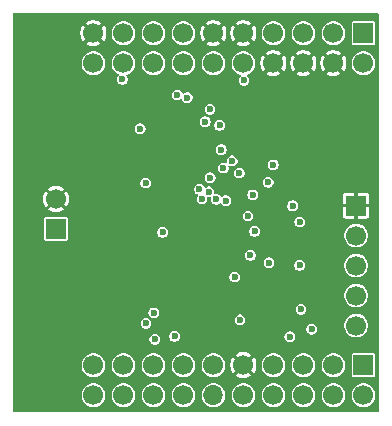
<source format=gbr>
%TF.GenerationSoftware,KiCad,Pcbnew,9.0.7-9.0.7~ubuntu24.04.1*%
%TF.CreationDate,2026-01-18T20:13:28+01:00*%
%TF.ProjectId,board,626f6172-642e-46b6-9963-61645f706362,rev?*%
%TF.SameCoordinates,Original*%
%TF.FileFunction,Copper,L2,Inr*%
%TF.FilePolarity,Positive*%
%FSLAX46Y46*%
G04 Gerber Fmt 4.6, Leading zero omitted, Abs format (unit mm)*
G04 Created by KiCad (PCBNEW 9.0.7-9.0.7~ubuntu24.04.1) date 2026-01-18 20:13:28*
%MOMM*%
%LPD*%
G01*
G04 APERTURE LIST*
%TA.AperFunction,ComponentPad*%
%ADD10R,1.700000X1.700000*%
%TD*%
%TA.AperFunction,ComponentPad*%
%ADD11C,1.700000*%
%TD*%
%TA.AperFunction,ComponentPad*%
%ADD12C,0.858000*%
%TD*%
%TA.AperFunction,ComponentPad*%
%ADD13O,1.700000X1.700000*%
%TD*%
%TA.AperFunction,ViaPad*%
%ADD14C,0.600000*%
%TD*%
G04 APERTURE END LIST*
D10*
%TO.N,CPAD_2.2MM*%
%TO.C,J5*%
X166280000Y-98590000D03*
D11*
%TO.N,PA7*%
X166280000Y-101130000D03*
%TO.N,SCLK*%
X166280000Y-103670000D03*
%TO.N,SDATA*%
X166280000Y-106210000D03*
%TO.N,+3.3V*%
X166280000Y-108750000D03*
%TD*%
D10*
%TO.N,/5V*%
%TO.C,J3*%
X140880000Y-100565000D03*
D11*
%TO.N,CPAD_2.2MM*%
X140880000Y-98025000D03*
%TD*%
D12*
%TO.N,CPAD_2.2MM*%
%TO.C,U1*%
X152440000Y-94940000D03*
X152440000Y-93840000D03*
X152440000Y-92740000D03*
X151340000Y-94940000D03*
X151340000Y-93840000D03*
X151340000Y-92740000D03*
X150240000Y-94940000D03*
X150240000Y-93840000D03*
X150240000Y-92740000D03*
%TD*%
%TO.N,CPAD_2.2MM*%
%TO.C,U2*%
X154740000Y-103020000D03*
X154740000Y-101920000D03*
X154740000Y-100820000D03*
X153640000Y-103020000D03*
X153640000Y-101920000D03*
X153640000Y-100820000D03*
X152540000Y-103020000D03*
X152540000Y-101920000D03*
X152540000Y-100820000D03*
%TD*%
D10*
%TO.N,LOCK_B*%
%TO.C,P2*%
X166900000Y-112100000D03*
D11*
%TO.N,SDATA*%
X166900000Y-114640000D03*
%TO.N,SCLK*%
X164360000Y-112100000D03*
%TO.N,CSN_B*%
X164360000Y-114640000D03*
%TO.N,CSN_A*%
X161820000Y-112100000D03*
%TO.N,PA7*%
X161820000Y-114640000D03*
%TO.N,unconnected-(P2-Pin_7-Pad7)*%
X159280000Y-112100000D03*
%TO.N,/PA5*%
X159280000Y-114640000D03*
%TO.N,CPAD_2.2MM*%
X156740000Y-112100000D03*
%TO.N,unconnected-(P2-Pin_10-Pad10)*%
X156740000Y-114640000D03*
%TO.N,unconnected-(P2-Pin_11-Pad11)*%
X154200000Y-112100000D03*
D13*
%TO.N,unconnected-(P2-Pin_12-Pad12)*%
X154200000Y-114640000D03*
D11*
%TO.N,unconnected-(P2-Pin_13-Pad13)*%
X151660000Y-112100000D03*
%TO.N,unconnected-(P2-Pin_14-Pad14)*%
X151660000Y-114640000D03*
%TO.N,unconnected-(P2-Pin_15-Pad15)*%
X149120000Y-112100000D03*
%TO.N,unconnected-(P2-Pin_16-Pad16)*%
X149120000Y-114640000D03*
%TO.N,Q1_B*%
X146580000Y-112100000D03*
%TO.N,Q0_B*%
X146580000Y-114640000D03*
%TO.N,I1_B*%
X144040000Y-112100000D03*
%TO.N,I0_B*%
X144040000Y-114640000D03*
%TD*%
D10*
%TO.N,LOCK_A*%
%TO.C,P1*%
X166900000Y-84000000D03*
D11*
%TO.N,/PD6*%
X166900000Y-86540000D03*
%TO.N,PD7*%
X164360000Y-84000000D03*
%TO.N,CPAD_2.2MM*%
X164360000Y-86540000D03*
%TO.N,unconnected-(P1-Pin_5-Pad5)*%
X161820000Y-84000000D03*
%TO.N,CPAD_2.2MM*%
X161820000Y-86540000D03*
%TO.N,/SLRD*%
X159280000Y-84000000D03*
%TO.N,CPAD_2.2MM*%
X159280000Y-86540000D03*
X156740000Y-84000000D03*
%TO.N,+3.3V*%
X156740000Y-86540000D03*
%TO.N,CPAD_2.2MM*%
X154200000Y-84000000D03*
%TO.N,DCLK*%
X154200000Y-86540000D03*
%TO.N,unconnected-(P1-Pin_13-Pad13)*%
X151660000Y-84000000D03*
%TO.N,unconnected-(P1-Pin_14-Pad14)*%
X151660000Y-86540000D03*
%TO.N,I0_A*%
X149120000Y-84000000D03*
%TO.N,I1_A*%
X149120000Y-86540000D03*
%TO.N,Q0_A*%
X146580000Y-84000000D03*
%TO.N,Q1_A*%
X146580000Y-86540000D03*
%TO.N,CPAD_2.2MM*%
X144040000Y-84000000D03*
%TO.N,+3.3V*%
X144040000Y-86540000D03*
%TD*%
D14*
%TO.N,CPAD_2.2MM*%
X160150000Y-103470000D03*
X157360000Y-104900000D03*
X159130000Y-100480000D03*
X159210000Y-110520000D03*
X156420000Y-97490000D03*
%TO.N,CP1OUT*%
X161510000Y-99960000D03*
X158838600Y-96610000D03*
%TO.N,CP2OUT*%
X161623600Y-107370000D03*
X158904400Y-103420000D03*
%TO.N,CPAD_2.2MM*%
X163090000Y-98620000D03*
%TO.N,CP1OUT*%
X155050000Y-95400000D03*
X156401400Y-95814000D03*
%TO.N,CPAD_2.2MM*%
X145550000Y-94260000D03*
X163620000Y-110750000D03*
X147150000Y-110550000D03*
X151330000Y-99330000D03*
X155450000Y-106310000D03*
X163480000Y-90360000D03*
X158440000Y-90300000D03*
X145160000Y-105840000D03*
X144570000Y-101320000D03*
X144780000Y-97020000D03*
X140920000Y-94150000D03*
%TO.N,+3.3V*%
X153923800Y-96224491D03*
X146490000Y-87900000D03*
X159280000Y-95130000D03*
X155995000Y-104625000D03*
X149150000Y-107660000D03*
X156460000Y-108260000D03*
X157322565Y-102797435D03*
X155790000Y-94800000D03*
X148470000Y-96670000D03*
X156790000Y-87980000D03*
%TO.N,SDATA*%
X154720000Y-91800000D03*
X157118683Y-99468683D03*
%TO.N,SCLK*%
X162510000Y-109050000D03*
X153510000Y-91490000D03*
X161490000Y-103640000D03*
X157530000Y-97670000D03*
%TO.N,Q0_A*%
X151150000Y-89220000D03*
%TO.N,DCLK*%
X154870000Y-93850000D03*
X157680000Y-100780000D03*
%TO.N,Q1_A*%
X151980000Y-89440000D03*
%TO.N,LOCK_A*%
X148000000Y-92080000D03*
%TO.N,LOCK_B*%
X148500000Y-108560000D03*
X160670000Y-109690000D03*
X150920000Y-109660000D03*
X149890000Y-100850000D03*
%TO.N,I0_B*%
X153230000Y-98020000D03*
%TO.N,CSN_B*%
X155260000Y-98160000D03*
%TO.N,CSN_A*%
X153910000Y-90430000D03*
X160900000Y-98590000D03*
%TO.N,Q0_B*%
X153820000Y-97420000D03*
%TO.N,I1_B*%
X153020000Y-97210000D03*
%TO.N,Q1_B*%
X149240000Y-109920000D03*
X154440000Y-98070000D03*
%TD*%
%TA.AperFunction,Conductor*%
%TO.N,CPAD_2.2MM*%
G36*
X168204914Y-82325086D02*
G01*
X168219500Y-82360300D01*
X168219500Y-116039700D01*
X168204914Y-116074914D01*
X168169700Y-116089500D01*
X137270300Y-116089500D01*
X137235086Y-116074914D01*
X137220500Y-116039700D01*
X137220500Y-114541220D01*
X143037100Y-114541220D01*
X143037100Y-114738779D01*
X143075638Y-114932525D01*
X143075640Y-114932531D01*
X143075641Y-114932535D01*
X143075643Y-114932539D01*
X143151239Y-115115047D01*
X143151240Y-115115049D01*
X143260992Y-115279308D01*
X143400691Y-115419007D01*
X143498978Y-115484679D01*
X143564949Y-115528759D01*
X143747465Y-115604359D01*
X143747472Y-115604360D01*
X143747474Y-115604361D01*
X143813773Y-115617548D01*
X143941223Y-115642900D01*
X143941228Y-115642900D01*
X144138772Y-115642900D01*
X144138777Y-115642900D01*
X144332535Y-115604359D01*
X144515051Y-115528759D01*
X144679312Y-115419004D01*
X144819004Y-115279312D01*
X144928759Y-115115051D01*
X145004359Y-114932535D01*
X145042900Y-114738777D01*
X145042900Y-114541223D01*
X145042899Y-114541220D01*
X145577100Y-114541220D01*
X145577100Y-114738779D01*
X145615638Y-114932525D01*
X145615640Y-114932531D01*
X145615641Y-114932535D01*
X145615643Y-114932539D01*
X145691239Y-115115047D01*
X145691240Y-115115049D01*
X145800992Y-115279308D01*
X145940691Y-115419007D01*
X146038978Y-115484679D01*
X146104949Y-115528759D01*
X146287465Y-115604359D01*
X146287472Y-115604360D01*
X146287474Y-115604361D01*
X146353773Y-115617548D01*
X146481223Y-115642900D01*
X146481228Y-115642900D01*
X146678772Y-115642900D01*
X146678777Y-115642900D01*
X146872535Y-115604359D01*
X147055051Y-115528759D01*
X147219312Y-115419004D01*
X147359004Y-115279312D01*
X147468759Y-115115051D01*
X147544359Y-114932535D01*
X147582900Y-114738777D01*
X147582900Y-114541223D01*
X147582899Y-114541220D01*
X148117100Y-114541220D01*
X148117100Y-114738779D01*
X148155638Y-114932525D01*
X148155640Y-114932531D01*
X148155641Y-114932535D01*
X148155643Y-114932539D01*
X148231239Y-115115047D01*
X148231240Y-115115049D01*
X148340992Y-115279308D01*
X148480691Y-115419007D01*
X148578978Y-115484679D01*
X148644949Y-115528759D01*
X148827465Y-115604359D01*
X148827472Y-115604360D01*
X148827474Y-115604361D01*
X148893773Y-115617548D01*
X149021223Y-115642900D01*
X149021228Y-115642900D01*
X149218772Y-115642900D01*
X149218777Y-115642900D01*
X149412535Y-115604359D01*
X149595051Y-115528759D01*
X149759312Y-115419004D01*
X149899004Y-115279312D01*
X150008759Y-115115051D01*
X150084359Y-114932535D01*
X150122900Y-114738777D01*
X150122900Y-114541223D01*
X150122899Y-114541220D01*
X150657100Y-114541220D01*
X150657100Y-114738779D01*
X150695638Y-114932525D01*
X150695640Y-114932531D01*
X150695641Y-114932535D01*
X150695643Y-114932539D01*
X150771239Y-115115047D01*
X150771240Y-115115049D01*
X150880992Y-115279308D01*
X151020691Y-115419007D01*
X151118978Y-115484679D01*
X151184949Y-115528759D01*
X151367465Y-115604359D01*
X151367472Y-115604360D01*
X151367474Y-115604361D01*
X151433773Y-115617548D01*
X151561223Y-115642900D01*
X151561228Y-115642900D01*
X151758772Y-115642900D01*
X151758777Y-115642900D01*
X151952535Y-115604359D01*
X152135051Y-115528759D01*
X152299312Y-115419004D01*
X152439004Y-115279312D01*
X152548759Y-115115051D01*
X152624359Y-114932535D01*
X152662900Y-114738777D01*
X152662900Y-114541223D01*
X152662899Y-114541220D01*
X153197100Y-114541220D01*
X153197100Y-114738779D01*
X153235638Y-114932525D01*
X153235640Y-114932531D01*
X153235641Y-114932535D01*
X153235643Y-114932539D01*
X153311239Y-115115047D01*
X153311240Y-115115049D01*
X153420992Y-115279308D01*
X153560691Y-115419007D01*
X153658978Y-115484679D01*
X153724949Y-115528759D01*
X153907465Y-115604359D01*
X153907472Y-115604360D01*
X153907474Y-115604361D01*
X153973773Y-115617548D01*
X154101223Y-115642900D01*
X154101228Y-115642900D01*
X154298772Y-115642900D01*
X154298777Y-115642900D01*
X154492535Y-115604359D01*
X154675051Y-115528759D01*
X154839312Y-115419004D01*
X154979004Y-115279312D01*
X155088759Y-115115051D01*
X155164359Y-114932535D01*
X155202900Y-114738777D01*
X155202900Y-114541223D01*
X155202899Y-114541220D01*
X155737100Y-114541220D01*
X155737100Y-114738779D01*
X155775638Y-114932525D01*
X155775640Y-114932531D01*
X155775641Y-114932535D01*
X155775643Y-114932539D01*
X155851239Y-115115047D01*
X155851240Y-115115049D01*
X155960992Y-115279308D01*
X156100691Y-115419007D01*
X156198978Y-115484679D01*
X156264949Y-115528759D01*
X156447465Y-115604359D01*
X156447472Y-115604360D01*
X156447474Y-115604361D01*
X156513773Y-115617548D01*
X156641223Y-115642900D01*
X156641228Y-115642900D01*
X156838772Y-115642900D01*
X156838777Y-115642900D01*
X157032535Y-115604359D01*
X157215051Y-115528759D01*
X157379312Y-115419004D01*
X157519004Y-115279312D01*
X157628759Y-115115051D01*
X157704359Y-114932535D01*
X157742900Y-114738777D01*
X157742900Y-114541223D01*
X157742899Y-114541220D01*
X158277100Y-114541220D01*
X158277100Y-114738779D01*
X158315638Y-114932525D01*
X158315640Y-114932531D01*
X158315641Y-114932535D01*
X158315643Y-114932539D01*
X158391239Y-115115047D01*
X158391240Y-115115049D01*
X158500992Y-115279308D01*
X158640691Y-115419007D01*
X158738978Y-115484679D01*
X158804949Y-115528759D01*
X158987465Y-115604359D01*
X158987472Y-115604360D01*
X158987474Y-115604361D01*
X159053773Y-115617548D01*
X159181223Y-115642900D01*
X159181228Y-115642900D01*
X159378772Y-115642900D01*
X159378777Y-115642900D01*
X159572535Y-115604359D01*
X159755051Y-115528759D01*
X159919312Y-115419004D01*
X160059004Y-115279312D01*
X160168759Y-115115051D01*
X160244359Y-114932535D01*
X160282900Y-114738777D01*
X160282900Y-114541223D01*
X160282899Y-114541220D01*
X160817100Y-114541220D01*
X160817100Y-114738779D01*
X160855638Y-114932525D01*
X160855640Y-114932531D01*
X160855641Y-114932535D01*
X160855643Y-114932539D01*
X160931239Y-115115047D01*
X160931240Y-115115049D01*
X161040992Y-115279308D01*
X161180691Y-115419007D01*
X161278978Y-115484679D01*
X161344949Y-115528759D01*
X161527465Y-115604359D01*
X161527472Y-115604360D01*
X161527474Y-115604361D01*
X161593773Y-115617548D01*
X161721223Y-115642900D01*
X161721228Y-115642900D01*
X161918772Y-115642900D01*
X161918777Y-115642900D01*
X162112535Y-115604359D01*
X162295051Y-115528759D01*
X162459312Y-115419004D01*
X162599004Y-115279312D01*
X162708759Y-115115051D01*
X162784359Y-114932535D01*
X162822900Y-114738777D01*
X162822900Y-114541223D01*
X162822899Y-114541220D01*
X163357100Y-114541220D01*
X163357100Y-114738779D01*
X163395638Y-114932525D01*
X163395640Y-114932531D01*
X163395641Y-114932535D01*
X163395643Y-114932539D01*
X163471239Y-115115047D01*
X163471240Y-115115049D01*
X163580992Y-115279308D01*
X163720691Y-115419007D01*
X163818978Y-115484679D01*
X163884949Y-115528759D01*
X164067465Y-115604359D01*
X164067472Y-115604360D01*
X164067474Y-115604361D01*
X164133773Y-115617548D01*
X164261223Y-115642900D01*
X164261228Y-115642900D01*
X164458772Y-115642900D01*
X164458777Y-115642900D01*
X164652535Y-115604359D01*
X164835051Y-115528759D01*
X164999312Y-115419004D01*
X165139004Y-115279312D01*
X165248759Y-115115051D01*
X165324359Y-114932535D01*
X165362900Y-114738777D01*
X165362900Y-114541223D01*
X165362899Y-114541220D01*
X165897100Y-114541220D01*
X165897100Y-114738779D01*
X165935638Y-114932525D01*
X165935640Y-114932531D01*
X165935641Y-114932535D01*
X165935643Y-114932539D01*
X166011239Y-115115047D01*
X166011240Y-115115049D01*
X166120992Y-115279308D01*
X166260691Y-115419007D01*
X166358978Y-115484679D01*
X166424949Y-115528759D01*
X166607465Y-115604359D01*
X166607472Y-115604360D01*
X166607474Y-115604361D01*
X166673773Y-115617548D01*
X166801223Y-115642900D01*
X166801228Y-115642900D01*
X166998772Y-115642900D01*
X166998777Y-115642900D01*
X167192535Y-115604359D01*
X167375051Y-115528759D01*
X167539312Y-115419004D01*
X167679004Y-115279312D01*
X167788759Y-115115051D01*
X167864359Y-114932535D01*
X167902900Y-114738777D01*
X167902900Y-114541223D01*
X167864359Y-114347465D01*
X167788759Y-114164949D01*
X167744679Y-114098978D01*
X167679007Y-114000691D01*
X167539308Y-113860992D01*
X167408258Y-113773429D01*
X167375051Y-113751241D01*
X167375049Y-113751240D01*
X167375047Y-113751239D01*
X167283793Y-113713441D01*
X167192535Y-113675641D01*
X167192531Y-113675640D01*
X167192525Y-113675638D01*
X166998779Y-113637100D01*
X166998777Y-113637100D01*
X166801223Y-113637100D01*
X166801220Y-113637100D01*
X166607474Y-113675638D01*
X166607466Y-113675640D01*
X166607465Y-113675641D01*
X166607461Y-113675642D01*
X166607460Y-113675643D01*
X166424952Y-113751239D01*
X166424950Y-113751240D01*
X166260691Y-113860992D01*
X166260689Y-113860995D01*
X166120995Y-114000689D01*
X166120992Y-114000691D01*
X166011240Y-114164950D01*
X166011239Y-114164952D01*
X165935643Y-114347460D01*
X165935638Y-114347474D01*
X165897100Y-114541220D01*
X165362899Y-114541220D01*
X165324359Y-114347465D01*
X165248759Y-114164949D01*
X165204679Y-114098978D01*
X165139007Y-114000691D01*
X164999308Y-113860992D01*
X164868258Y-113773429D01*
X164835051Y-113751241D01*
X164835049Y-113751240D01*
X164835047Y-113751239D01*
X164743793Y-113713441D01*
X164652535Y-113675641D01*
X164652531Y-113675640D01*
X164652525Y-113675638D01*
X164458779Y-113637100D01*
X164458777Y-113637100D01*
X164261223Y-113637100D01*
X164261220Y-113637100D01*
X164067474Y-113675638D01*
X164067466Y-113675640D01*
X164067465Y-113675641D01*
X164067461Y-113675642D01*
X164067460Y-113675643D01*
X163884952Y-113751239D01*
X163884950Y-113751240D01*
X163720691Y-113860992D01*
X163720689Y-113860995D01*
X163580995Y-114000689D01*
X163580992Y-114000691D01*
X163471240Y-114164950D01*
X163471239Y-114164952D01*
X163395643Y-114347460D01*
X163395638Y-114347474D01*
X163357100Y-114541220D01*
X162822899Y-114541220D01*
X162784359Y-114347465D01*
X162708759Y-114164949D01*
X162664679Y-114098978D01*
X162599007Y-114000691D01*
X162459308Y-113860992D01*
X162328258Y-113773429D01*
X162295051Y-113751241D01*
X162295049Y-113751240D01*
X162295047Y-113751239D01*
X162203793Y-113713441D01*
X162112535Y-113675641D01*
X162112531Y-113675640D01*
X162112525Y-113675638D01*
X161918779Y-113637100D01*
X161918777Y-113637100D01*
X161721223Y-113637100D01*
X161721220Y-113637100D01*
X161527474Y-113675638D01*
X161527466Y-113675640D01*
X161527465Y-113675641D01*
X161527461Y-113675642D01*
X161527460Y-113675643D01*
X161344952Y-113751239D01*
X161344950Y-113751240D01*
X161180691Y-113860992D01*
X161180689Y-113860995D01*
X161040995Y-114000689D01*
X161040992Y-114000691D01*
X160931240Y-114164950D01*
X160931239Y-114164952D01*
X160855643Y-114347460D01*
X160855638Y-114347474D01*
X160817100Y-114541220D01*
X160282899Y-114541220D01*
X160244359Y-114347465D01*
X160168759Y-114164949D01*
X160124679Y-114098978D01*
X160059007Y-114000691D01*
X159919308Y-113860992D01*
X159788258Y-113773429D01*
X159755051Y-113751241D01*
X159755049Y-113751240D01*
X159755047Y-113751239D01*
X159663793Y-113713441D01*
X159572535Y-113675641D01*
X159572531Y-113675640D01*
X159572525Y-113675638D01*
X159378779Y-113637100D01*
X159378777Y-113637100D01*
X159181223Y-113637100D01*
X159181220Y-113637100D01*
X158987474Y-113675638D01*
X158987466Y-113675640D01*
X158987465Y-113675641D01*
X158987461Y-113675642D01*
X158987460Y-113675643D01*
X158804952Y-113751239D01*
X158804950Y-113751240D01*
X158640691Y-113860992D01*
X158640689Y-113860995D01*
X158500995Y-114000689D01*
X158500992Y-114000691D01*
X158391240Y-114164950D01*
X158391239Y-114164952D01*
X158315643Y-114347460D01*
X158315638Y-114347474D01*
X158277100Y-114541220D01*
X157742899Y-114541220D01*
X157704359Y-114347465D01*
X157628759Y-114164949D01*
X157584679Y-114098978D01*
X157519007Y-114000691D01*
X157379308Y-113860992D01*
X157248258Y-113773429D01*
X157215051Y-113751241D01*
X157215049Y-113751240D01*
X157215047Y-113751239D01*
X157123793Y-113713441D01*
X157032535Y-113675641D01*
X157032531Y-113675640D01*
X157032525Y-113675638D01*
X156838779Y-113637100D01*
X156838777Y-113637100D01*
X156641223Y-113637100D01*
X156641220Y-113637100D01*
X156447474Y-113675638D01*
X156447466Y-113675640D01*
X156447465Y-113675641D01*
X156447461Y-113675642D01*
X156447460Y-113675643D01*
X156264952Y-113751239D01*
X156264950Y-113751240D01*
X156100691Y-113860992D01*
X156100689Y-113860995D01*
X155960995Y-114000689D01*
X155960992Y-114000691D01*
X155851240Y-114164950D01*
X155851239Y-114164952D01*
X155775643Y-114347460D01*
X155775638Y-114347474D01*
X155737100Y-114541220D01*
X155202899Y-114541220D01*
X155164359Y-114347465D01*
X155088759Y-114164949D01*
X155044679Y-114098978D01*
X154979007Y-114000691D01*
X154839308Y-113860992D01*
X154708258Y-113773429D01*
X154675051Y-113751241D01*
X154675049Y-113751240D01*
X154675047Y-113751239D01*
X154583793Y-113713441D01*
X154492535Y-113675641D01*
X154492531Y-113675640D01*
X154492525Y-113675638D01*
X154298779Y-113637100D01*
X154298777Y-113637100D01*
X154101223Y-113637100D01*
X154101220Y-113637100D01*
X153907474Y-113675638D01*
X153907466Y-113675640D01*
X153907465Y-113675641D01*
X153907461Y-113675642D01*
X153907460Y-113675643D01*
X153724952Y-113751239D01*
X153724950Y-113751240D01*
X153560691Y-113860992D01*
X153560689Y-113860995D01*
X153420995Y-114000689D01*
X153420992Y-114000691D01*
X153311240Y-114164950D01*
X153311239Y-114164952D01*
X153235643Y-114347460D01*
X153235638Y-114347474D01*
X153197100Y-114541220D01*
X152662899Y-114541220D01*
X152624359Y-114347465D01*
X152548759Y-114164949D01*
X152504679Y-114098978D01*
X152439007Y-114000691D01*
X152299308Y-113860992D01*
X152168258Y-113773429D01*
X152135051Y-113751241D01*
X152135049Y-113751240D01*
X152135047Y-113751239D01*
X152043793Y-113713441D01*
X151952535Y-113675641D01*
X151952531Y-113675640D01*
X151952525Y-113675638D01*
X151758779Y-113637100D01*
X151758777Y-113637100D01*
X151561223Y-113637100D01*
X151561220Y-113637100D01*
X151367474Y-113675638D01*
X151367466Y-113675640D01*
X151367465Y-113675641D01*
X151367461Y-113675642D01*
X151367460Y-113675643D01*
X151184952Y-113751239D01*
X151184950Y-113751240D01*
X151020691Y-113860992D01*
X151020689Y-113860995D01*
X150880995Y-114000689D01*
X150880992Y-114000691D01*
X150771240Y-114164950D01*
X150771239Y-114164952D01*
X150695643Y-114347460D01*
X150695638Y-114347474D01*
X150657100Y-114541220D01*
X150122899Y-114541220D01*
X150084359Y-114347465D01*
X150008759Y-114164949D01*
X149964679Y-114098978D01*
X149899007Y-114000691D01*
X149759308Y-113860992D01*
X149628258Y-113773429D01*
X149595051Y-113751241D01*
X149595049Y-113751240D01*
X149595047Y-113751239D01*
X149503793Y-113713441D01*
X149412535Y-113675641D01*
X149412531Y-113675640D01*
X149412525Y-113675638D01*
X149218779Y-113637100D01*
X149218777Y-113637100D01*
X149021223Y-113637100D01*
X149021220Y-113637100D01*
X148827474Y-113675638D01*
X148827466Y-113675640D01*
X148827465Y-113675641D01*
X148827461Y-113675642D01*
X148827460Y-113675643D01*
X148644952Y-113751239D01*
X148644950Y-113751240D01*
X148480691Y-113860992D01*
X148480689Y-113860995D01*
X148340995Y-114000689D01*
X148340992Y-114000691D01*
X148231240Y-114164950D01*
X148231239Y-114164952D01*
X148155643Y-114347460D01*
X148155638Y-114347474D01*
X148117100Y-114541220D01*
X147582899Y-114541220D01*
X147544359Y-114347465D01*
X147468759Y-114164949D01*
X147424679Y-114098978D01*
X147359007Y-114000691D01*
X147219308Y-113860992D01*
X147088258Y-113773429D01*
X147055051Y-113751241D01*
X147055049Y-113751240D01*
X147055047Y-113751239D01*
X146963793Y-113713441D01*
X146872535Y-113675641D01*
X146872531Y-113675640D01*
X146872525Y-113675638D01*
X146678779Y-113637100D01*
X146678777Y-113637100D01*
X146481223Y-113637100D01*
X146481220Y-113637100D01*
X146287474Y-113675638D01*
X146287466Y-113675640D01*
X146287465Y-113675641D01*
X146287461Y-113675642D01*
X146287460Y-113675643D01*
X146104952Y-113751239D01*
X146104950Y-113751240D01*
X145940691Y-113860992D01*
X145940689Y-113860995D01*
X145800995Y-114000689D01*
X145800992Y-114000691D01*
X145691240Y-114164950D01*
X145691239Y-114164952D01*
X145615643Y-114347460D01*
X145615638Y-114347474D01*
X145577100Y-114541220D01*
X145042899Y-114541220D01*
X145004359Y-114347465D01*
X144928759Y-114164949D01*
X144884679Y-114098978D01*
X144819007Y-114000691D01*
X144679308Y-113860992D01*
X144548258Y-113773429D01*
X144515051Y-113751241D01*
X144515049Y-113751240D01*
X144515047Y-113751239D01*
X144423793Y-113713441D01*
X144332535Y-113675641D01*
X144332531Y-113675640D01*
X144332525Y-113675638D01*
X144138779Y-113637100D01*
X144138777Y-113637100D01*
X143941223Y-113637100D01*
X143941220Y-113637100D01*
X143747474Y-113675638D01*
X143747466Y-113675640D01*
X143747465Y-113675641D01*
X143747461Y-113675642D01*
X143747460Y-113675643D01*
X143564952Y-113751239D01*
X143564950Y-113751240D01*
X143400691Y-113860992D01*
X143400689Y-113860995D01*
X143260995Y-114000689D01*
X143260992Y-114000691D01*
X143151240Y-114164950D01*
X143151239Y-114164952D01*
X143075643Y-114347460D01*
X143075638Y-114347474D01*
X143037100Y-114541220D01*
X137220500Y-114541220D01*
X137220500Y-112001220D01*
X143037100Y-112001220D01*
X143037100Y-112198779D01*
X143075638Y-112392525D01*
X143075640Y-112392531D01*
X143075641Y-112392535D01*
X143113441Y-112483793D01*
X143151239Y-112575047D01*
X143151240Y-112575049D01*
X143260992Y-112739308D01*
X143400691Y-112879007D01*
X143463068Y-112920685D01*
X143564949Y-112988759D01*
X143747465Y-113064359D01*
X143747472Y-113064360D01*
X143747474Y-113064361D01*
X143813773Y-113077548D01*
X143941223Y-113102900D01*
X143941228Y-113102900D01*
X144138772Y-113102900D01*
X144138777Y-113102900D01*
X144332535Y-113064359D01*
X144515051Y-112988759D01*
X144679312Y-112879004D01*
X144819004Y-112739312D01*
X144928759Y-112575051D01*
X145004359Y-112392535D01*
X145042900Y-112198777D01*
X145042900Y-112001223D01*
X145042899Y-112001220D01*
X145577100Y-112001220D01*
X145577100Y-112198779D01*
X145615638Y-112392525D01*
X145615640Y-112392531D01*
X145615641Y-112392535D01*
X145653441Y-112483793D01*
X145691239Y-112575047D01*
X145691240Y-112575049D01*
X145800992Y-112739308D01*
X145940691Y-112879007D01*
X146003068Y-112920685D01*
X146104949Y-112988759D01*
X146287465Y-113064359D01*
X146287472Y-113064360D01*
X146287474Y-113064361D01*
X146353773Y-113077548D01*
X146481223Y-113102900D01*
X146481228Y-113102900D01*
X146678772Y-113102900D01*
X146678777Y-113102900D01*
X146872535Y-113064359D01*
X147055051Y-112988759D01*
X147219312Y-112879004D01*
X147359004Y-112739312D01*
X147468759Y-112575051D01*
X147544359Y-112392535D01*
X147582900Y-112198777D01*
X147582900Y-112001223D01*
X147582899Y-112001220D01*
X148117100Y-112001220D01*
X148117100Y-112198779D01*
X148155638Y-112392525D01*
X148155640Y-112392531D01*
X148155641Y-112392535D01*
X148193441Y-112483793D01*
X148231239Y-112575047D01*
X148231240Y-112575049D01*
X148340992Y-112739308D01*
X148480691Y-112879007D01*
X148543068Y-112920685D01*
X148644949Y-112988759D01*
X148827465Y-113064359D01*
X148827472Y-113064360D01*
X148827474Y-113064361D01*
X148893773Y-113077548D01*
X149021223Y-113102900D01*
X149021228Y-113102900D01*
X149218772Y-113102900D01*
X149218777Y-113102900D01*
X149412535Y-113064359D01*
X149595051Y-112988759D01*
X149759312Y-112879004D01*
X149899004Y-112739312D01*
X150008759Y-112575051D01*
X150084359Y-112392535D01*
X150122900Y-112198777D01*
X150122900Y-112001223D01*
X150122899Y-112001220D01*
X150657100Y-112001220D01*
X150657100Y-112198779D01*
X150695638Y-112392525D01*
X150695640Y-112392531D01*
X150695641Y-112392535D01*
X150733441Y-112483793D01*
X150771239Y-112575047D01*
X150771240Y-112575049D01*
X150880992Y-112739308D01*
X151020691Y-112879007D01*
X151083068Y-112920685D01*
X151184949Y-112988759D01*
X151367465Y-113064359D01*
X151367472Y-113064360D01*
X151367474Y-113064361D01*
X151433773Y-113077548D01*
X151561223Y-113102900D01*
X151561228Y-113102900D01*
X151758772Y-113102900D01*
X151758777Y-113102900D01*
X151952535Y-113064359D01*
X152135051Y-112988759D01*
X152299312Y-112879004D01*
X152439004Y-112739312D01*
X152548759Y-112575051D01*
X152624359Y-112392535D01*
X152662900Y-112198777D01*
X152662900Y-112001223D01*
X152662899Y-112001220D01*
X153197100Y-112001220D01*
X153197100Y-112198779D01*
X153235638Y-112392525D01*
X153235640Y-112392531D01*
X153235641Y-112392535D01*
X153273441Y-112483793D01*
X153311239Y-112575047D01*
X153311240Y-112575049D01*
X153420992Y-112739308D01*
X153560691Y-112879007D01*
X153623068Y-112920685D01*
X153724949Y-112988759D01*
X153907465Y-113064359D01*
X153907472Y-113064360D01*
X153907474Y-113064361D01*
X153973773Y-113077548D01*
X154101223Y-113102900D01*
X154101228Y-113102900D01*
X154298772Y-113102900D01*
X154298777Y-113102900D01*
X154492535Y-113064359D01*
X154675051Y-112988759D01*
X154839312Y-112879004D01*
X154979004Y-112739312D01*
X155088759Y-112575051D01*
X155164359Y-112392535D01*
X155202900Y-112198777D01*
X155202900Y-112013112D01*
X155636000Y-112013112D01*
X155636000Y-112186887D01*
X155663182Y-112358512D01*
X155663184Y-112358519D01*
X155716883Y-112523790D01*
X155795771Y-112678618D01*
X155795772Y-112678619D01*
X155858926Y-112765544D01*
X156295085Y-112329384D01*
X156339901Y-112407007D01*
X156432993Y-112500099D01*
X156510612Y-112544912D01*
X156074453Y-112981072D01*
X156161380Y-113044227D01*
X156161381Y-113044228D01*
X156316209Y-113123116D01*
X156481480Y-113176815D01*
X156481487Y-113176817D01*
X156653113Y-113204000D01*
X156826887Y-113204000D01*
X156998512Y-113176817D01*
X156998519Y-113176815D01*
X157163790Y-113123116D01*
X157318618Y-113044228D01*
X157318619Y-113044227D01*
X157405544Y-112981071D01*
X156969386Y-112544913D01*
X157047007Y-112500099D01*
X157140099Y-112407007D01*
X157184913Y-112329386D01*
X157621071Y-112765544D01*
X157684227Y-112678619D01*
X157684228Y-112678618D01*
X157763116Y-112523790D01*
X157816815Y-112358519D01*
X157816817Y-112358512D01*
X157844000Y-112186887D01*
X157844000Y-112013114D01*
X157842963Y-112006567D01*
X157842963Y-112006566D01*
X157842116Y-112001220D01*
X158277100Y-112001220D01*
X158277100Y-112198779D01*
X158315638Y-112392525D01*
X158315640Y-112392531D01*
X158315641Y-112392535D01*
X158353441Y-112483793D01*
X158391239Y-112575047D01*
X158391240Y-112575049D01*
X158500992Y-112739308D01*
X158640691Y-112879007D01*
X158703068Y-112920685D01*
X158804949Y-112988759D01*
X158987465Y-113064359D01*
X158987472Y-113064360D01*
X158987474Y-113064361D01*
X159053773Y-113077548D01*
X159181223Y-113102900D01*
X159181228Y-113102900D01*
X159378772Y-113102900D01*
X159378777Y-113102900D01*
X159572535Y-113064359D01*
X159755051Y-112988759D01*
X159919312Y-112879004D01*
X160059004Y-112739312D01*
X160168759Y-112575051D01*
X160244359Y-112392535D01*
X160282900Y-112198777D01*
X160282900Y-112001223D01*
X160282899Y-112001220D01*
X160817100Y-112001220D01*
X160817100Y-112198779D01*
X160855638Y-112392525D01*
X160855640Y-112392531D01*
X160855641Y-112392535D01*
X160893441Y-112483793D01*
X160931239Y-112575047D01*
X160931240Y-112575049D01*
X161040992Y-112739308D01*
X161180691Y-112879007D01*
X161243068Y-112920685D01*
X161344949Y-112988759D01*
X161527465Y-113064359D01*
X161527472Y-113064360D01*
X161527474Y-113064361D01*
X161593773Y-113077548D01*
X161721223Y-113102900D01*
X161721228Y-113102900D01*
X161918772Y-113102900D01*
X161918777Y-113102900D01*
X162112535Y-113064359D01*
X162295051Y-112988759D01*
X162459312Y-112879004D01*
X162599004Y-112739312D01*
X162708759Y-112575051D01*
X162784359Y-112392535D01*
X162822900Y-112198777D01*
X162822900Y-112001223D01*
X162822899Y-112001220D01*
X163357100Y-112001220D01*
X163357100Y-112198779D01*
X163395638Y-112392525D01*
X163395640Y-112392531D01*
X163395641Y-112392535D01*
X163433441Y-112483793D01*
X163471239Y-112575047D01*
X163471240Y-112575049D01*
X163580992Y-112739308D01*
X163720691Y-112879007D01*
X163783068Y-112920685D01*
X163884949Y-112988759D01*
X164067465Y-113064359D01*
X164067472Y-113064360D01*
X164067474Y-113064361D01*
X164133773Y-113077548D01*
X164261223Y-113102900D01*
X164261228Y-113102900D01*
X164458772Y-113102900D01*
X164458777Y-113102900D01*
X164652535Y-113064359D01*
X164835051Y-112988759D01*
X164999312Y-112879004D01*
X165139004Y-112739312D01*
X165248759Y-112575051D01*
X165324359Y-112392535D01*
X165362900Y-112198777D01*
X165362900Y-112001223D01*
X165337548Y-111873773D01*
X165324361Y-111807474D01*
X165324360Y-111807472D01*
X165324359Y-111807465D01*
X165248759Y-111624949D01*
X165204679Y-111558978D01*
X165139007Y-111460691D01*
X164999308Y-111320992D01*
X164928832Y-111273903D01*
X164913410Y-111263598D01*
X164870523Y-111234942D01*
X165897100Y-111234942D01*
X165897100Y-112965050D01*
X165897101Y-112965058D01*
X165905972Y-113009656D01*
X165905973Y-113009661D01*
X165939764Y-113060232D01*
X165939766Y-113060234D01*
X165990342Y-113094028D01*
X166034943Y-113102900D01*
X167765056Y-113102899D01*
X167809658Y-113094028D01*
X167860234Y-113060234D01*
X167894028Y-113009658D01*
X167902900Y-112965057D01*
X167902899Y-111234944D01*
X167894028Y-111190342D01*
X167894026Y-111190339D01*
X167894026Y-111190338D01*
X167860235Y-111139767D01*
X167860232Y-111139764D01*
X167809658Y-111105972D01*
X167765057Y-111097100D01*
X167765055Y-111097100D01*
X166034949Y-111097100D01*
X166034941Y-111097101D01*
X166001492Y-111103754D01*
X165990342Y-111105972D01*
X165990341Y-111105972D01*
X165990338Y-111105973D01*
X165939767Y-111139764D01*
X165939764Y-111139767D01*
X165905972Y-111190340D01*
X165905972Y-111190341D01*
X165897100Y-111234942D01*
X164870523Y-111234942D01*
X164835051Y-111211241D01*
X164835049Y-111211240D01*
X164835047Y-111211239D01*
X164701136Y-111155772D01*
X164652535Y-111135641D01*
X164652531Y-111135640D01*
X164652525Y-111135638D01*
X164458779Y-111097100D01*
X164458777Y-111097100D01*
X164261223Y-111097100D01*
X164261220Y-111097100D01*
X164067474Y-111135638D01*
X164067466Y-111135640D01*
X164067465Y-111135641D01*
X164067461Y-111135642D01*
X164067460Y-111135643D01*
X163884952Y-111211239D01*
X163884950Y-111211240D01*
X163720691Y-111320992D01*
X163720689Y-111320995D01*
X163580995Y-111460689D01*
X163580992Y-111460691D01*
X163471240Y-111624950D01*
X163471239Y-111624952D01*
X163395643Y-111807460D01*
X163395638Y-111807474D01*
X163357100Y-112001220D01*
X162822899Y-112001220D01*
X162797548Y-111873773D01*
X162784361Y-111807474D01*
X162784360Y-111807472D01*
X162784359Y-111807465D01*
X162708759Y-111624949D01*
X162664679Y-111558978D01*
X162599007Y-111460691D01*
X162459308Y-111320992D01*
X162306552Y-111218926D01*
X162295051Y-111211241D01*
X162295049Y-111211240D01*
X162295047Y-111211239D01*
X162161136Y-111155772D01*
X162112535Y-111135641D01*
X162112531Y-111135640D01*
X162112525Y-111135638D01*
X161918779Y-111097100D01*
X161918777Y-111097100D01*
X161721223Y-111097100D01*
X161721220Y-111097100D01*
X161527474Y-111135638D01*
X161527466Y-111135640D01*
X161527465Y-111135641D01*
X161527461Y-111135642D01*
X161527460Y-111135643D01*
X161344952Y-111211239D01*
X161344950Y-111211240D01*
X161180691Y-111320992D01*
X161180689Y-111320995D01*
X161040995Y-111460689D01*
X161040992Y-111460691D01*
X160931240Y-111624950D01*
X160931239Y-111624952D01*
X160855643Y-111807460D01*
X160855638Y-111807474D01*
X160817100Y-112001220D01*
X160282899Y-112001220D01*
X160257548Y-111873773D01*
X160244361Y-111807474D01*
X160244360Y-111807472D01*
X160244359Y-111807465D01*
X160168759Y-111624949D01*
X160124679Y-111558978D01*
X160059007Y-111460691D01*
X159919308Y-111320992D01*
X159766552Y-111218926D01*
X159755051Y-111211241D01*
X159755049Y-111211240D01*
X159755047Y-111211239D01*
X159621136Y-111155772D01*
X159572535Y-111135641D01*
X159572531Y-111135640D01*
X159572525Y-111135638D01*
X159378779Y-111097100D01*
X159378777Y-111097100D01*
X159181223Y-111097100D01*
X159181220Y-111097100D01*
X158987474Y-111135638D01*
X158987466Y-111135640D01*
X158987465Y-111135641D01*
X158987461Y-111135642D01*
X158987460Y-111135643D01*
X158804952Y-111211239D01*
X158804950Y-111211240D01*
X158640691Y-111320992D01*
X158640689Y-111320995D01*
X158500995Y-111460689D01*
X158500992Y-111460691D01*
X158391240Y-111624950D01*
X158391239Y-111624952D01*
X158315643Y-111807460D01*
X158315638Y-111807474D01*
X158277100Y-112001220D01*
X157842116Y-112001220D01*
X157816817Y-111841487D01*
X157816815Y-111841480D01*
X157763116Y-111676209D01*
X157684228Y-111521381D01*
X157684227Y-111521380D01*
X157621071Y-111434453D01*
X157184912Y-111870612D01*
X157140099Y-111792993D01*
X157047007Y-111699901D01*
X156969385Y-111655086D01*
X157405545Y-111218927D01*
X157318619Y-111155772D01*
X157318618Y-111155771D01*
X157163790Y-111076883D01*
X156998519Y-111023184D01*
X156998512Y-111023182D01*
X156826887Y-110996000D01*
X156653113Y-110996000D01*
X156481487Y-111023182D01*
X156481480Y-111023184D01*
X156316209Y-111076883D01*
X156161391Y-111155766D01*
X156161371Y-111155778D01*
X156074453Y-111218926D01*
X156510613Y-111655086D01*
X156432993Y-111699901D01*
X156339901Y-111792993D01*
X156295086Y-111870613D01*
X155858926Y-111434453D01*
X155795778Y-111521371D01*
X155795766Y-111521391D01*
X155716883Y-111676209D01*
X155663184Y-111841480D01*
X155663182Y-111841487D01*
X155636000Y-112013112D01*
X155202900Y-112013112D01*
X155202900Y-112001223D01*
X155177548Y-111873773D01*
X155164361Y-111807474D01*
X155164360Y-111807472D01*
X155164359Y-111807465D01*
X155088759Y-111624949D01*
X155044679Y-111558978D01*
X154979007Y-111460691D01*
X154839308Y-111320992D01*
X154776931Y-111279314D01*
X154686552Y-111218926D01*
X154675051Y-111211241D01*
X154675049Y-111211240D01*
X154675047Y-111211239D01*
X154541136Y-111155772D01*
X154492535Y-111135641D01*
X154492531Y-111135640D01*
X154492525Y-111135638D01*
X154298779Y-111097100D01*
X154298777Y-111097100D01*
X154101223Y-111097100D01*
X154101220Y-111097100D01*
X153907474Y-111135638D01*
X153907466Y-111135640D01*
X153907465Y-111135641D01*
X153907461Y-111135642D01*
X153907460Y-111135643D01*
X153724952Y-111211239D01*
X153724950Y-111211240D01*
X153560691Y-111320992D01*
X153560689Y-111320995D01*
X153420995Y-111460689D01*
X153420992Y-111460691D01*
X153311240Y-111624950D01*
X153311239Y-111624952D01*
X153235643Y-111807460D01*
X153235638Y-111807474D01*
X153197100Y-112001220D01*
X152662899Y-112001220D01*
X152637548Y-111873773D01*
X152624361Y-111807474D01*
X152624360Y-111807472D01*
X152624359Y-111807465D01*
X152548759Y-111624949D01*
X152504679Y-111558978D01*
X152439007Y-111460691D01*
X152299308Y-111320992D01*
X152146552Y-111218926D01*
X152135051Y-111211241D01*
X152135049Y-111211240D01*
X152135047Y-111211239D01*
X152001136Y-111155772D01*
X151952535Y-111135641D01*
X151952531Y-111135640D01*
X151952525Y-111135638D01*
X151758779Y-111097100D01*
X151758777Y-111097100D01*
X151561223Y-111097100D01*
X151561220Y-111097100D01*
X151367474Y-111135638D01*
X151367466Y-111135640D01*
X151367465Y-111135641D01*
X151367461Y-111135642D01*
X151367460Y-111135643D01*
X151184952Y-111211239D01*
X151184950Y-111211240D01*
X151020691Y-111320992D01*
X151020689Y-111320995D01*
X150880995Y-111460689D01*
X150880992Y-111460691D01*
X150771240Y-111624950D01*
X150771239Y-111624952D01*
X150695643Y-111807460D01*
X150695638Y-111807474D01*
X150657100Y-112001220D01*
X150122899Y-112001220D01*
X150097548Y-111873773D01*
X150084361Y-111807474D01*
X150084360Y-111807472D01*
X150084359Y-111807465D01*
X150008759Y-111624949D01*
X149964679Y-111558978D01*
X149899007Y-111460691D01*
X149759308Y-111320992D01*
X149606552Y-111218926D01*
X149595051Y-111211241D01*
X149595049Y-111211240D01*
X149595047Y-111211239D01*
X149461136Y-111155772D01*
X149412535Y-111135641D01*
X149412531Y-111135640D01*
X149412525Y-111135638D01*
X149218779Y-111097100D01*
X149218777Y-111097100D01*
X149021223Y-111097100D01*
X149021220Y-111097100D01*
X148827474Y-111135638D01*
X148827466Y-111135640D01*
X148827465Y-111135641D01*
X148827461Y-111135642D01*
X148827460Y-111135643D01*
X148644952Y-111211239D01*
X148644950Y-111211240D01*
X148480691Y-111320992D01*
X148480689Y-111320995D01*
X148340995Y-111460689D01*
X148340992Y-111460691D01*
X148231240Y-111624950D01*
X148231239Y-111624952D01*
X148155643Y-111807460D01*
X148155638Y-111807474D01*
X148117100Y-112001220D01*
X147582899Y-112001220D01*
X147557548Y-111873773D01*
X147544361Y-111807474D01*
X147544360Y-111807472D01*
X147544359Y-111807465D01*
X147468759Y-111624949D01*
X147424679Y-111558978D01*
X147359007Y-111460691D01*
X147219308Y-111320992D01*
X147066552Y-111218926D01*
X147055051Y-111211241D01*
X147055049Y-111211240D01*
X147055047Y-111211239D01*
X146921136Y-111155772D01*
X146872535Y-111135641D01*
X146872531Y-111135640D01*
X146872525Y-111135638D01*
X146678779Y-111097100D01*
X146678777Y-111097100D01*
X146481223Y-111097100D01*
X146481220Y-111097100D01*
X146287474Y-111135638D01*
X146287466Y-111135640D01*
X146287465Y-111135641D01*
X146287461Y-111135642D01*
X146287460Y-111135643D01*
X146104952Y-111211239D01*
X146104950Y-111211240D01*
X145940691Y-111320992D01*
X145940689Y-111320995D01*
X145800995Y-111460689D01*
X145800992Y-111460691D01*
X145691240Y-111624950D01*
X145691239Y-111624952D01*
X145615643Y-111807460D01*
X145615638Y-111807474D01*
X145577100Y-112001220D01*
X145042899Y-112001220D01*
X145017548Y-111873773D01*
X145004361Y-111807474D01*
X145004360Y-111807472D01*
X145004359Y-111807465D01*
X144928759Y-111624949D01*
X144884679Y-111558978D01*
X144819007Y-111460691D01*
X144679308Y-111320992D01*
X144526552Y-111218926D01*
X144515051Y-111211241D01*
X144515049Y-111211240D01*
X144515047Y-111211239D01*
X144381136Y-111155772D01*
X144332535Y-111135641D01*
X144332531Y-111135640D01*
X144332525Y-111135638D01*
X144138779Y-111097100D01*
X144138777Y-111097100D01*
X143941223Y-111097100D01*
X143941220Y-111097100D01*
X143747474Y-111135638D01*
X143747466Y-111135640D01*
X143747465Y-111135641D01*
X143747461Y-111135642D01*
X143747460Y-111135643D01*
X143564952Y-111211239D01*
X143564950Y-111211240D01*
X143400691Y-111320992D01*
X143400689Y-111320995D01*
X143260995Y-111460689D01*
X143260992Y-111460691D01*
X143151240Y-111624950D01*
X143151239Y-111624952D01*
X143075643Y-111807460D01*
X143075638Y-111807474D01*
X143037100Y-112001220D01*
X137220500Y-112001220D01*
X137220500Y-109860373D01*
X148787100Y-109860373D01*
X148787100Y-109860375D01*
X148787100Y-109979625D01*
X148817964Y-110094813D01*
X148877590Y-110198087D01*
X148961913Y-110282410D01*
X149065187Y-110342036D01*
X149180375Y-110372900D01*
X149299625Y-110372900D01*
X149414813Y-110342036D01*
X149518087Y-110282410D01*
X149602410Y-110198087D01*
X149662036Y-110094813D01*
X149692900Y-109979625D01*
X149692900Y-109860375D01*
X149662036Y-109745187D01*
X149602410Y-109641913D01*
X149560870Y-109600373D01*
X150467100Y-109600373D01*
X150467100Y-109719626D01*
X150476016Y-109752900D01*
X150497964Y-109834813D01*
X150557590Y-109938087D01*
X150641913Y-110022410D01*
X150745187Y-110082036D01*
X150860375Y-110112900D01*
X150979625Y-110112900D01*
X151094813Y-110082036D01*
X151198087Y-110022410D01*
X151282410Y-109938087D01*
X151342036Y-109834813D01*
X151372900Y-109719625D01*
X151372900Y-109630373D01*
X160217100Y-109630373D01*
X160217100Y-109749626D01*
X160230708Y-109800414D01*
X160247964Y-109864813D01*
X160247966Y-109864816D01*
X160290268Y-109938086D01*
X160307590Y-109968087D01*
X160391913Y-110052410D01*
X160495187Y-110112036D01*
X160610375Y-110142900D01*
X160729625Y-110142900D01*
X160844813Y-110112036D01*
X160948087Y-110052410D01*
X161032410Y-109968087D01*
X161092036Y-109864813D01*
X161122900Y-109749625D01*
X161122900Y-109630375D01*
X161092036Y-109515187D01*
X161032410Y-109411913D01*
X160948087Y-109327590D01*
X160948086Y-109327589D01*
X160844816Y-109267966D01*
X160844817Y-109267966D01*
X160844813Y-109267964D01*
X160780414Y-109250708D01*
X160729626Y-109237100D01*
X160729625Y-109237100D01*
X160610375Y-109237100D01*
X160610373Y-109237100D01*
X160508796Y-109264317D01*
X160495187Y-109267964D01*
X160495184Y-109267965D01*
X160495183Y-109267966D01*
X160391913Y-109327589D01*
X160307589Y-109411913D01*
X160255058Y-109502900D01*
X160247964Y-109515187D01*
X160247963Y-109515191D01*
X160217100Y-109630373D01*
X151372900Y-109630373D01*
X151372900Y-109600375D01*
X151342036Y-109485187D01*
X151282410Y-109381913D01*
X151198087Y-109297590D01*
X151198086Y-109297589D01*
X151094816Y-109237966D01*
X151094817Y-109237966D01*
X151094813Y-109237964D01*
X151030414Y-109220708D01*
X150979626Y-109207100D01*
X150979625Y-109207100D01*
X150860375Y-109207100D01*
X150860373Y-109207100D01*
X150758796Y-109234317D01*
X150745187Y-109237964D01*
X150745184Y-109237965D01*
X150745183Y-109237966D01*
X150641913Y-109297589D01*
X150557589Y-109381913D01*
X150497966Y-109485183D01*
X150497964Y-109485187D01*
X150497963Y-109485191D01*
X150467100Y-109600373D01*
X149560870Y-109600373D01*
X149518087Y-109557590D01*
X149518086Y-109557589D01*
X149423362Y-109502900D01*
X149414813Y-109497964D01*
X149318036Y-109472033D01*
X149299626Y-109467100D01*
X149299625Y-109467100D01*
X149180375Y-109467100D01*
X149180373Y-109467100D01*
X149112872Y-109485187D01*
X149065187Y-109497964D01*
X149065184Y-109497965D01*
X149065183Y-109497966D01*
X148961913Y-109557589D01*
X148877589Y-109641913D01*
X148817966Y-109745183D01*
X148817964Y-109745187D01*
X148817963Y-109745191D01*
X148787100Y-109860373D01*
X137220500Y-109860373D01*
X137220500Y-108500373D01*
X148047100Y-108500373D01*
X148047100Y-108619626D01*
X148060708Y-108670414D01*
X148077964Y-108734813D01*
X148137590Y-108838087D01*
X148221913Y-108922410D01*
X148325187Y-108982036D01*
X148440375Y-109012900D01*
X148559625Y-109012900D01*
X148643698Y-108990373D01*
X162057100Y-108990373D01*
X162057100Y-108990375D01*
X162057100Y-109109625D01*
X162087964Y-109224813D01*
X162147590Y-109328087D01*
X162231913Y-109412410D01*
X162335187Y-109472036D01*
X162450375Y-109502900D01*
X162569625Y-109502900D01*
X162684813Y-109472036D01*
X162788087Y-109412410D01*
X162872410Y-109328087D01*
X162932036Y-109224813D01*
X162962900Y-109109625D01*
X162962900Y-108990375D01*
X162932036Y-108875187D01*
X162872410Y-108771913D01*
X162788087Y-108687590D01*
X162778467Y-108682036D01*
X162725093Y-108651220D01*
X165277100Y-108651220D01*
X165277100Y-108848779D01*
X165315638Y-109042525D01*
X165315640Y-109042531D01*
X165315641Y-109042535D01*
X165315643Y-109042539D01*
X165391143Y-109224816D01*
X165391241Y-109225051D01*
X165413429Y-109258258D01*
X165500992Y-109389308D01*
X165640691Y-109529007D01*
X165738978Y-109594679D01*
X165804949Y-109638759D01*
X165987465Y-109714359D01*
X165987472Y-109714360D01*
X165987474Y-109714361D01*
X166053773Y-109727548D01*
X166181223Y-109752900D01*
X166181228Y-109752900D01*
X166378772Y-109752900D01*
X166378777Y-109752900D01*
X166572535Y-109714359D01*
X166755051Y-109638759D01*
X166919312Y-109529004D01*
X167059004Y-109389312D01*
X167168759Y-109225051D01*
X167244359Y-109042535D01*
X167282900Y-108848777D01*
X167282900Y-108651223D01*
X167244359Y-108457465D01*
X167168759Y-108274949D01*
X167117069Y-108197589D01*
X167059007Y-108110691D01*
X166919308Y-107970992D01*
X166788258Y-107883429D01*
X166755051Y-107861241D01*
X166755049Y-107861240D01*
X166755047Y-107861239D01*
X166624342Y-107807100D01*
X166572535Y-107785641D01*
X166572531Y-107785640D01*
X166572525Y-107785638D01*
X166378779Y-107747100D01*
X166378777Y-107747100D01*
X166181223Y-107747100D01*
X166181220Y-107747100D01*
X165987474Y-107785638D01*
X165987466Y-107785640D01*
X165987465Y-107785641D01*
X165987461Y-107785642D01*
X165987460Y-107785643D01*
X165804952Y-107861239D01*
X165804950Y-107861240D01*
X165640691Y-107970992D01*
X165640691Y-107970993D01*
X165500995Y-108110689D01*
X165500992Y-108110691D01*
X165391240Y-108274950D01*
X165391239Y-108274952D01*
X165315643Y-108457460D01*
X165315638Y-108457474D01*
X165277100Y-108651220D01*
X162725093Y-108651220D01*
X162684816Y-108627966D01*
X162684817Y-108627966D01*
X162684813Y-108627964D01*
X162620414Y-108610708D01*
X162569626Y-108597100D01*
X162569625Y-108597100D01*
X162450375Y-108597100D01*
X162450373Y-108597100D01*
X162366309Y-108619625D01*
X162335187Y-108627964D01*
X162335184Y-108627965D01*
X162335183Y-108627966D01*
X162231913Y-108687589D01*
X162147589Y-108771913D01*
X162087966Y-108875183D01*
X162087964Y-108875187D01*
X162087963Y-108875191D01*
X162057100Y-108990373D01*
X148643698Y-108990373D01*
X148674813Y-108982036D01*
X148778087Y-108922410D01*
X148862410Y-108838087D01*
X148922036Y-108734813D01*
X148952900Y-108619625D01*
X148952900Y-108500375D01*
X148922036Y-108385187D01*
X148862410Y-108281913D01*
X148780870Y-108200373D01*
X156007100Y-108200373D01*
X156007100Y-108200375D01*
X156007100Y-108319625D01*
X156037964Y-108434813D01*
X156061098Y-108474882D01*
X156075815Y-108500373D01*
X156097590Y-108538087D01*
X156181913Y-108622410D01*
X156285187Y-108682036D01*
X156400375Y-108712900D01*
X156519625Y-108712900D01*
X156634813Y-108682036D01*
X156738087Y-108622410D01*
X156822410Y-108538087D01*
X156882036Y-108434813D01*
X156912900Y-108319625D01*
X156912900Y-108200375D01*
X156882036Y-108085187D01*
X156822410Y-107981913D01*
X156738087Y-107897590D01*
X156738086Y-107897589D01*
X156634816Y-107837966D01*
X156634817Y-107837966D01*
X156634813Y-107837964D01*
X156570414Y-107820708D01*
X156519626Y-107807100D01*
X156519625Y-107807100D01*
X156400375Y-107807100D01*
X156400373Y-107807100D01*
X156298796Y-107834317D01*
X156285187Y-107837964D01*
X156285184Y-107837965D01*
X156285183Y-107837966D01*
X156181913Y-107897589D01*
X156097589Y-107981913D01*
X156039785Y-108082033D01*
X156037964Y-108085187D01*
X156037963Y-108085191D01*
X156007100Y-108200373D01*
X148780870Y-108200373D01*
X148778087Y-108197590D01*
X148778086Y-108197589D01*
X148674816Y-108137966D01*
X148674817Y-108137966D01*
X148674813Y-108137964D01*
X148610414Y-108120708D01*
X148559626Y-108107100D01*
X148559625Y-108107100D01*
X148440375Y-108107100D01*
X148440373Y-108107100D01*
X148338796Y-108134317D01*
X148325187Y-108137964D01*
X148325184Y-108137965D01*
X148325183Y-108137966D01*
X148221913Y-108197589D01*
X148137589Y-108281913D01*
X148077966Y-108385183D01*
X148077964Y-108385187D01*
X148077963Y-108385191D01*
X148047100Y-108500373D01*
X137220500Y-108500373D01*
X137220500Y-107600373D01*
X148697100Y-107600373D01*
X148697100Y-107719626D01*
X148704462Y-107747100D01*
X148727964Y-107834813D01*
X148787590Y-107938087D01*
X148871913Y-108022410D01*
X148975187Y-108082036D01*
X149090375Y-108112900D01*
X149209625Y-108112900D01*
X149324813Y-108082036D01*
X149428087Y-108022410D01*
X149512410Y-107938087D01*
X149572036Y-107834813D01*
X149602900Y-107719625D01*
X149602900Y-107600375D01*
X149572036Y-107485187D01*
X149512410Y-107381913D01*
X149440870Y-107310373D01*
X161170700Y-107310373D01*
X161170700Y-107310375D01*
X161170700Y-107429625D01*
X161201564Y-107544813D01*
X161261190Y-107648087D01*
X161345513Y-107732410D01*
X161448787Y-107792036D01*
X161563975Y-107822900D01*
X161683225Y-107822900D01*
X161798413Y-107792036D01*
X161901687Y-107732410D01*
X161986010Y-107648087D01*
X162045636Y-107544813D01*
X162076500Y-107429625D01*
X162076500Y-107310375D01*
X162045636Y-107195187D01*
X161986010Y-107091913D01*
X161901687Y-107007590D01*
X161901686Y-107007589D01*
X161798416Y-106947966D01*
X161798417Y-106947966D01*
X161798413Y-106947964D01*
X161734014Y-106930708D01*
X161683226Y-106917100D01*
X161683225Y-106917100D01*
X161563975Y-106917100D01*
X161563973Y-106917100D01*
X161462396Y-106944317D01*
X161448787Y-106947964D01*
X161448784Y-106947965D01*
X161448783Y-106947966D01*
X161345513Y-107007589D01*
X161261189Y-107091913D01*
X161213589Y-107174359D01*
X161201564Y-107195187D01*
X161201563Y-107195191D01*
X161170700Y-107310373D01*
X149440870Y-107310373D01*
X149428087Y-107297590D01*
X149428086Y-107297589D01*
X149324816Y-107237966D01*
X149324817Y-107237966D01*
X149324813Y-107237964D01*
X149260414Y-107220708D01*
X149209626Y-107207100D01*
X149209625Y-107207100D01*
X149090375Y-107207100D01*
X149090373Y-107207100D01*
X148988796Y-107234317D01*
X148975187Y-107237964D01*
X148975184Y-107237965D01*
X148975183Y-107237966D01*
X148871913Y-107297589D01*
X148787589Y-107381913D01*
X148727966Y-107485183D01*
X148727964Y-107485187D01*
X148727963Y-107485191D01*
X148697100Y-107600373D01*
X137220500Y-107600373D01*
X137220500Y-106111220D01*
X165277100Y-106111220D01*
X165277100Y-106308779D01*
X165315638Y-106502525D01*
X165315640Y-106502531D01*
X165315641Y-106502535D01*
X165315643Y-106502539D01*
X165391239Y-106685047D01*
X165391240Y-106685049D01*
X165500992Y-106849308D01*
X165640691Y-106989007D01*
X165738978Y-107054679D01*
X165804949Y-107098759D01*
X165987465Y-107174359D01*
X165987472Y-107174360D01*
X165987474Y-107174361D01*
X166053773Y-107187548D01*
X166181223Y-107212900D01*
X166181228Y-107212900D01*
X166378772Y-107212900D01*
X166378777Y-107212900D01*
X166572535Y-107174359D01*
X166755051Y-107098759D01*
X166919312Y-106989004D01*
X167059004Y-106849312D01*
X167168759Y-106685051D01*
X167244359Y-106502535D01*
X167282900Y-106308777D01*
X167282900Y-106111223D01*
X167244359Y-105917465D01*
X167168759Y-105734949D01*
X167124679Y-105668978D01*
X167059007Y-105570691D01*
X166919308Y-105430992D01*
X166788258Y-105343429D01*
X166755051Y-105321241D01*
X166755049Y-105321240D01*
X166755047Y-105321239D01*
X166663793Y-105283441D01*
X166572535Y-105245641D01*
X166572531Y-105245640D01*
X166572525Y-105245638D01*
X166378779Y-105207100D01*
X166378777Y-105207100D01*
X166181223Y-105207100D01*
X166181220Y-105207100D01*
X165987474Y-105245638D01*
X165987466Y-105245640D01*
X165987465Y-105245641D01*
X165987461Y-105245642D01*
X165987460Y-105245643D01*
X165804952Y-105321239D01*
X165804950Y-105321240D01*
X165640691Y-105430992D01*
X165640689Y-105430995D01*
X165500995Y-105570689D01*
X165500992Y-105570691D01*
X165391240Y-105734950D01*
X165391239Y-105734952D01*
X165315643Y-105917460D01*
X165315638Y-105917474D01*
X165277100Y-106111220D01*
X137220500Y-106111220D01*
X137220500Y-104565373D01*
X155542100Y-104565373D01*
X155542100Y-104565375D01*
X155542100Y-104684625D01*
X155572964Y-104799813D01*
X155632590Y-104903087D01*
X155716913Y-104987410D01*
X155820187Y-105047036D01*
X155935375Y-105077900D01*
X156054625Y-105077900D01*
X156169813Y-105047036D01*
X156273087Y-104987410D01*
X156357410Y-104903087D01*
X156417036Y-104799813D01*
X156447900Y-104684625D01*
X156447900Y-104565375D01*
X156417036Y-104450187D01*
X156357410Y-104346913D01*
X156273087Y-104262590D01*
X156273086Y-104262589D01*
X156169816Y-104202966D01*
X156169817Y-104202966D01*
X156169813Y-104202964D01*
X156105414Y-104185708D01*
X156054626Y-104172100D01*
X156054625Y-104172100D01*
X155935375Y-104172100D01*
X155935373Y-104172100D01*
X155833796Y-104199317D01*
X155820187Y-104202964D01*
X155820184Y-104202965D01*
X155820183Y-104202966D01*
X155716913Y-104262589D01*
X155632589Y-104346913D01*
X155573647Y-104449004D01*
X155572964Y-104450187D01*
X155572963Y-104450191D01*
X155542100Y-104565373D01*
X137220500Y-104565373D01*
X137220500Y-103360373D01*
X158451500Y-103360373D01*
X158451500Y-103360375D01*
X158451500Y-103479625D01*
X158482364Y-103594813D01*
X158541990Y-103698087D01*
X158626313Y-103782410D01*
X158729587Y-103842036D01*
X158844775Y-103872900D01*
X158964025Y-103872900D01*
X159079213Y-103842036D01*
X159182487Y-103782410D01*
X159266810Y-103698087D01*
X159326436Y-103594813D01*
X159330305Y-103580373D01*
X161037100Y-103580373D01*
X161037100Y-103580375D01*
X161037100Y-103699625D01*
X161067964Y-103814813D01*
X161127590Y-103918087D01*
X161211913Y-104002410D01*
X161315187Y-104062036D01*
X161430375Y-104092900D01*
X161549625Y-104092900D01*
X161664813Y-104062036D01*
X161768087Y-104002410D01*
X161852410Y-103918087D01*
X161912036Y-103814813D01*
X161942900Y-103699625D01*
X161942900Y-103580375D01*
X161940447Y-103571220D01*
X165277100Y-103571220D01*
X165277100Y-103768779D01*
X165315638Y-103962525D01*
X165315640Y-103962531D01*
X165315641Y-103962535D01*
X165315643Y-103962539D01*
X165369639Y-104092900D01*
X165391241Y-104145051D01*
X165413429Y-104178258D01*
X165500992Y-104309308D01*
X165640691Y-104449007D01*
X165738978Y-104514679D01*
X165804949Y-104558759D01*
X165987465Y-104634359D01*
X165987472Y-104634360D01*
X165987474Y-104634361D01*
X166053773Y-104647548D01*
X166181223Y-104672900D01*
X166181228Y-104672900D01*
X166378772Y-104672900D01*
X166378777Y-104672900D01*
X166572535Y-104634359D01*
X166755051Y-104558759D01*
X166917542Y-104450187D01*
X166919308Y-104449007D01*
X166919311Y-104449005D01*
X167059005Y-104309311D01*
X167059007Y-104309308D01*
X167090223Y-104262589D01*
X167168759Y-104145051D01*
X167244359Y-103962535D01*
X167282900Y-103768777D01*
X167282900Y-103571223D01*
X167244359Y-103377465D01*
X167168759Y-103194949D01*
X167088961Y-103075522D01*
X167059007Y-103030691D01*
X166919308Y-102890992D01*
X166788258Y-102803429D01*
X166755051Y-102781241D01*
X166755049Y-102781240D01*
X166755047Y-102781239D01*
X166650194Y-102737808D01*
X166572535Y-102705641D01*
X166572531Y-102705640D01*
X166572525Y-102705638D01*
X166378779Y-102667100D01*
X166378777Y-102667100D01*
X166181223Y-102667100D01*
X166181220Y-102667100D01*
X165987474Y-102705638D01*
X165987466Y-102705640D01*
X165987465Y-102705641D01*
X165987461Y-102705642D01*
X165987460Y-102705643D01*
X165804952Y-102781239D01*
X165804950Y-102781240D01*
X165640691Y-102890992D01*
X165640689Y-102890995D01*
X165500995Y-103030689D01*
X165500992Y-103030691D01*
X165391240Y-103194950D01*
X165391239Y-103194952D01*
X165315643Y-103377460D01*
X165315638Y-103377474D01*
X165277100Y-103571220D01*
X161940447Y-103571220D01*
X161912036Y-103465187D01*
X161852410Y-103361913D01*
X161768087Y-103277590D01*
X161768086Y-103277589D01*
X161664816Y-103217966D01*
X161664817Y-103217966D01*
X161664813Y-103217964D01*
X161578930Y-103194952D01*
X161549626Y-103187100D01*
X161549625Y-103187100D01*
X161430375Y-103187100D01*
X161430373Y-103187100D01*
X161328796Y-103214317D01*
X161315187Y-103217964D01*
X161315184Y-103217965D01*
X161315183Y-103217966D01*
X161211913Y-103277589D01*
X161127589Y-103361913D01*
X161067966Y-103465183D01*
X161067964Y-103465187D01*
X161067963Y-103465191D01*
X161037100Y-103580373D01*
X159330305Y-103580373D01*
X159357300Y-103479625D01*
X159357300Y-103360375D01*
X159326436Y-103245187D01*
X159266810Y-103141913D01*
X159182487Y-103057590D01*
X159182486Y-103057589D01*
X159079216Y-102997966D01*
X159079217Y-102997966D01*
X159079213Y-102997964D01*
X159014814Y-102980708D01*
X158964026Y-102967100D01*
X158964025Y-102967100D01*
X158844775Y-102967100D01*
X158844773Y-102967100D01*
X158743196Y-102994317D01*
X158729587Y-102997964D01*
X158729584Y-102997965D01*
X158729583Y-102997966D01*
X158626313Y-103057589D01*
X158541989Y-103141913D01*
X158498081Y-103217964D01*
X158482364Y-103245187D01*
X158482363Y-103245191D01*
X158451500Y-103360373D01*
X137220500Y-103360373D01*
X137220500Y-102737808D01*
X156869665Y-102737808D01*
X156869665Y-102737810D01*
X156869665Y-102857060D01*
X156900529Y-102972248D01*
X156960155Y-103075522D01*
X157044478Y-103159845D01*
X157147752Y-103219471D01*
X157262940Y-103250335D01*
X157382190Y-103250335D01*
X157497378Y-103219471D01*
X157600652Y-103159845D01*
X157684975Y-103075522D01*
X157744601Y-102972248D01*
X157775465Y-102857060D01*
X157775465Y-102737810D01*
X157744601Y-102622622D01*
X157684975Y-102519348D01*
X157600652Y-102435025D01*
X157600651Y-102435024D01*
X157497381Y-102375401D01*
X157497382Y-102375401D01*
X157497378Y-102375399D01*
X157432979Y-102358143D01*
X157382191Y-102344535D01*
X157382190Y-102344535D01*
X157262940Y-102344535D01*
X157262938Y-102344535D01*
X157161361Y-102371752D01*
X157147752Y-102375399D01*
X157147749Y-102375400D01*
X157147748Y-102375401D01*
X157044478Y-102435024D01*
X156960154Y-102519348D01*
X156900531Y-102622618D01*
X156900529Y-102622622D01*
X156900528Y-102622626D01*
X156869665Y-102737808D01*
X137220500Y-102737808D01*
X137220500Y-99699942D01*
X139877100Y-99699942D01*
X139877100Y-101430050D01*
X139877101Y-101430058D01*
X139885972Y-101474656D01*
X139885973Y-101474661D01*
X139919764Y-101525232D01*
X139919766Y-101525234D01*
X139970342Y-101559028D01*
X140014943Y-101567900D01*
X141745056Y-101567899D01*
X141789658Y-101559028D01*
X141840234Y-101525234D01*
X141874028Y-101474658D01*
X141882900Y-101430057D01*
X141882899Y-100790373D01*
X149437100Y-100790373D01*
X149437100Y-100790375D01*
X149437100Y-100909625D01*
X149467964Y-101024813D01*
X149527590Y-101128087D01*
X149611913Y-101212410D01*
X149715187Y-101272036D01*
X149830375Y-101302900D01*
X149949625Y-101302900D01*
X150064813Y-101272036D01*
X150168087Y-101212410D01*
X150252410Y-101128087D01*
X150312036Y-101024813D01*
X150342900Y-100909625D01*
X150342900Y-100790375D01*
X150324143Y-100720373D01*
X157227100Y-100720373D01*
X157227100Y-100720375D01*
X157227100Y-100839625D01*
X157257964Y-100954813D01*
X157317590Y-101058087D01*
X157401913Y-101142410D01*
X157505187Y-101202036D01*
X157620375Y-101232900D01*
X157739625Y-101232900D01*
X157854813Y-101202036D01*
X157958087Y-101142410D01*
X158042410Y-101058087D01*
X158057922Y-101031220D01*
X165277100Y-101031220D01*
X165277100Y-101228779D01*
X165315638Y-101422525D01*
X165315640Y-101422531D01*
X165315641Y-101422535D01*
X165318757Y-101430057D01*
X165391239Y-101605047D01*
X165391240Y-101605049D01*
X165500992Y-101769308D01*
X165640691Y-101909007D01*
X165738978Y-101974679D01*
X165804949Y-102018759D01*
X165987465Y-102094359D01*
X165987472Y-102094360D01*
X165987474Y-102094361D01*
X166053773Y-102107548D01*
X166181223Y-102132900D01*
X166181228Y-102132900D01*
X166378772Y-102132900D01*
X166378777Y-102132900D01*
X166572535Y-102094359D01*
X166755051Y-102018759D01*
X166919312Y-101909004D01*
X167059004Y-101769312D01*
X167168759Y-101605051D01*
X167244359Y-101422535D01*
X167282900Y-101228777D01*
X167282900Y-101031223D01*
X167244359Y-100837465D01*
X167168759Y-100654949D01*
X167124679Y-100588978D01*
X167059007Y-100490691D01*
X166919308Y-100350992D01*
X166788258Y-100263429D01*
X166755051Y-100241241D01*
X166755049Y-100241240D01*
X166755047Y-100241239D01*
X166663793Y-100203441D01*
X166572535Y-100165641D01*
X166572531Y-100165640D01*
X166572525Y-100165638D01*
X166378779Y-100127100D01*
X166378777Y-100127100D01*
X166181223Y-100127100D01*
X166181220Y-100127100D01*
X165987474Y-100165638D01*
X165987466Y-100165640D01*
X165987465Y-100165641D01*
X165987461Y-100165642D01*
X165987460Y-100165643D01*
X165804952Y-100241239D01*
X165804950Y-100241240D01*
X165640691Y-100350992D01*
X165640689Y-100350995D01*
X165500995Y-100490689D01*
X165500992Y-100490691D01*
X165391240Y-100654950D01*
X165391239Y-100654952D01*
X165315643Y-100837460D01*
X165315638Y-100837474D01*
X165277100Y-101031220D01*
X158057922Y-101031220D01*
X158102036Y-100954813D01*
X158132900Y-100839625D01*
X158132900Y-100720375D01*
X158102036Y-100605187D01*
X158042410Y-100501913D01*
X157958087Y-100417590D01*
X157958086Y-100417589D01*
X157854816Y-100357966D01*
X157854817Y-100357966D01*
X157854813Y-100357964D01*
X157790414Y-100340708D01*
X157739626Y-100327100D01*
X157739625Y-100327100D01*
X157620375Y-100327100D01*
X157620373Y-100327100D01*
X157531207Y-100350992D01*
X157505187Y-100357964D01*
X157505184Y-100357965D01*
X157505183Y-100357966D01*
X157401913Y-100417589D01*
X157317589Y-100501913D01*
X157257966Y-100605183D01*
X157257964Y-100605187D01*
X157257963Y-100605191D01*
X157227100Y-100720373D01*
X150324143Y-100720373D01*
X150312036Y-100675187D01*
X150252410Y-100571913D01*
X150168087Y-100487590D01*
X150168086Y-100487589D01*
X150064816Y-100427966D01*
X150064817Y-100427966D01*
X150064813Y-100427964D01*
X150000414Y-100410708D01*
X149949626Y-100397100D01*
X149949625Y-100397100D01*
X149830375Y-100397100D01*
X149830373Y-100397100D01*
X149728796Y-100424317D01*
X149715187Y-100427964D01*
X149715184Y-100427965D01*
X149715183Y-100427966D01*
X149611913Y-100487589D01*
X149527589Y-100571913D01*
X149467966Y-100675183D01*
X149467964Y-100675187D01*
X149467963Y-100675191D01*
X149437100Y-100790373D01*
X141882899Y-100790373D01*
X141882899Y-100501913D01*
X141882899Y-99699949D01*
X141882899Y-99699944D01*
X141874028Y-99655342D01*
X141874026Y-99655339D01*
X141874026Y-99655338D01*
X141840235Y-99604767D01*
X141840232Y-99604764D01*
X141789658Y-99570972D01*
X141745057Y-99562100D01*
X141745055Y-99562100D01*
X140014949Y-99562100D01*
X140014941Y-99562101D01*
X139981492Y-99568754D01*
X139970342Y-99570972D01*
X139970341Y-99570972D01*
X139970338Y-99570973D01*
X139919767Y-99604764D01*
X139919764Y-99604767D01*
X139885972Y-99655340D01*
X139885972Y-99655341D01*
X139877100Y-99699942D01*
X137220500Y-99699942D01*
X137220500Y-99409056D01*
X156665783Y-99409056D01*
X156665783Y-99528309D01*
X156668677Y-99539109D01*
X156696647Y-99643496D01*
X156703487Y-99655343D01*
X156729240Y-99699949D01*
X156756273Y-99746770D01*
X156840596Y-99831093D01*
X156943870Y-99890719D01*
X157059058Y-99921583D01*
X157178308Y-99921583D01*
X157257466Y-99900373D01*
X161057100Y-99900373D01*
X161057100Y-99900375D01*
X161057100Y-100019625D01*
X161087964Y-100134813D01*
X161147590Y-100238087D01*
X161231913Y-100322410D01*
X161335187Y-100382036D01*
X161450375Y-100412900D01*
X161569625Y-100412900D01*
X161684813Y-100382036D01*
X161788087Y-100322410D01*
X161872410Y-100238087D01*
X161932036Y-100134813D01*
X161962900Y-100019625D01*
X161962900Y-99900375D01*
X161932036Y-99785187D01*
X161872410Y-99681913D01*
X161788087Y-99597590D01*
X161788086Y-99597589D01*
X161686796Y-99539109D01*
X161684813Y-99537964D01*
X161620414Y-99520708D01*
X161569626Y-99507100D01*
X161569625Y-99507100D01*
X161450375Y-99507100D01*
X161450373Y-99507100D01*
X161348796Y-99534317D01*
X161335187Y-99537964D01*
X161335184Y-99537965D01*
X161335183Y-99537966D01*
X161231913Y-99597589D01*
X161147589Y-99681913D01*
X161110144Y-99746770D01*
X161087964Y-99785187D01*
X161087963Y-99785191D01*
X161057100Y-99900373D01*
X157257466Y-99900373D01*
X157293496Y-99890719D01*
X157396770Y-99831093D01*
X157481093Y-99746770D01*
X157540719Y-99643496D01*
X157571583Y-99528308D01*
X157571583Y-99409058D01*
X157540719Y-99293870D01*
X157481093Y-99190596D01*
X157396770Y-99106273D01*
X157396769Y-99106272D01*
X157333565Y-99069781D01*
X157293496Y-99046647D01*
X157229097Y-99029391D01*
X157178309Y-99015783D01*
X157178308Y-99015783D01*
X157059058Y-99015783D01*
X157059056Y-99015783D01*
X156957858Y-99042899D01*
X156943870Y-99046647D01*
X156943867Y-99046648D01*
X156943866Y-99046649D01*
X156840596Y-99106272D01*
X156756272Y-99190596D01*
X156696649Y-99293866D01*
X156696647Y-99293870D01*
X156696646Y-99293874D01*
X156665783Y-99409056D01*
X137220500Y-99409056D01*
X137220500Y-97938112D01*
X139776000Y-97938112D01*
X139776000Y-98111887D01*
X139803182Y-98283512D01*
X139803184Y-98283519D01*
X139856883Y-98448790D01*
X139935771Y-98603618D01*
X139935772Y-98603619D01*
X139998926Y-98690544D01*
X140435085Y-98254384D01*
X140479901Y-98332007D01*
X140572993Y-98425099D01*
X140650612Y-98469912D01*
X140214453Y-98906072D01*
X140301380Y-98969227D01*
X140301381Y-98969228D01*
X140456209Y-99048116D01*
X140621480Y-99101815D01*
X140621487Y-99101817D01*
X140793113Y-99129000D01*
X140966887Y-99129000D01*
X141138512Y-99101817D01*
X141138519Y-99101815D01*
X141303790Y-99048116D01*
X141458618Y-98969228D01*
X141458619Y-98969227D01*
X141545544Y-98906071D01*
X141109386Y-98469913D01*
X141187007Y-98425099D01*
X141280099Y-98332007D01*
X141324913Y-98254386D01*
X141761071Y-98690544D01*
X141824227Y-98603619D01*
X141824228Y-98603618D01*
X141903116Y-98448790D01*
X141956815Y-98283519D01*
X141956817Y-98283512D01*
X141984000Y-98111887D01*
X141984000Y-97938112D01*
X141956817Y-97766487D01*
X141956815Y-97766480D01*
X141903116Y-97601209D01*
X141824228Y-97446381D01*
X141824227Y-97446380D01*
X141761071Y-97359453D01*
X141324912Y-97795612D01*
X141280099Y-97717993D01*
X141187007Y-97624901D01*
X141109385Y-97580086D01*
X141539099Y-97150373D01*
X152567100Y-97150373D01*
X152567100Y-97269626D01*
X152580708Y-97320414D01*
X152597964Y-97384813D01*
X152597966Y-97384816D01*
X152656385Y-97486001D01*
X152657590Y-97488087D01*
X152741913Y-97572410D01*
X152845187Y-97632036D01*
X152866195Y-97637665D01*
X152896433Y-97660865D01*
X152901410Y-97698654D01*
X152888521Y-97720979D01*
X152867592Y-97741909D01*
X152867590Y-97741911D01*
X152809783Y-97842036D01*
X152807964Y-97845187D01*
X152807963Y-97845191D01*
X152777100Y-97960373D01*
X152777100Y-98079626D01*
X152780425Y-98092036D01*
X152807964Y-98194813D01*
X152867590Y-98298087D01*
X152951913Y-98382410D01*
X153055187Y-98442036D01*
X153170375Y-98472900D01*
X153289625Y-98472900D01*
X153404813Y-98442036D01*
X153508087Y-98382410D01*
X153592410Y-98298087D01*
X153652036Y-98194813D01*
X153682900Y-98079625D01*
X153682900Y-97960375D01*
X153673980Y-97927084D01*
X153678955Y-97889296D01*
X153709194Y-97866093D01*
X153734971Y-97866093D01*
X153760375Y-97872900D01*
X153760376Y-97872900D01*
X153879624Y-97872900D01*
X153879625Y-97872900D01*
X153951783Y-97853565D01*
X153989569Y-97858540D01*
X154012773Y-97888778D01*
X154012773Y-97914557D01*
X153987100Y-98010373D01*
X153987100Y-98010375D01*
X153987100Y-98129625D01*
X154017964Y-98244813D01*
X154017966Y-98244816D01*
X154056704Y-98311913D01*
X154077590Y-98348087D01*
X154161913Y-98432410D01*
X154265187Y-98492036D01*
X154380375Y-98522900D01*
X154499625Y-98522900D01*
X154614813Y-98492036D01*
X154718087Y-98432410D01*
X154783918Y-98366578D01*
X154819131Y-98351993D01*
X154854345Y-98366579D01*
X154862259Y-98376893D01*
X154897308Y-98437600D01*
X154897590Y-98438087D01*
X154981913Y-98522410D01*
X155085187Y-98582036D01*
X155200375Y-98612900D01*
X155319625Y-98612900D01*
X155434813Y-98582036D01*
X155524295Y-98530373D01*
X160447100Y-98530373D01*
X160447100Y-98649626D01*
X160458064Y-98690544D01*
X160477964Y-98764813D01*
X160537590Y-98868087D01*
X160621913Y-98952410D01*
X160725187Y-99012036D01*
X160840375Y-99042900D01*
X160959625Y-99042900D01*
X161074813Y-99012036D01*
X161178087Y-98952410D01*
X161262410Y-98868087D01*
X161322036Y-98764813D01*
X161352900Y-98649625D01*
X161352900Y-98530375D01*
X161322036Y-98415187D01*
X161262410Y-98311913D01*
X161178087Y-98227590D01*
X161178086Y-98227589D01*
X161074816Y-98167966D01*
X161074817Y-98167966D01*
X161074813Y-98167964D01*
X161010414Y-98150708D01*
X160959626Y-98137100D01*
X160959625Y-98137100D01*
X160840375Y-98137100D01*
X160840373Y-98137100D01*
X160738796Y-98164317D01*
X160725187Y-98167964D01*
X160725184Y-98167965D01*
X160725183Y-98167966D01*
X160621913Y-98227589D01*
X160537589Y-98311913D01*
X160506028Y-98366579D01*
X160477964Y-98415187D01*
X160477963Y-98415191D01*
X160447100Y-98530373D01*
X155524295Y-98530373D01*
X155538087Y-98522410D01*
X155622410Y-98438087D01*
X155682036Y-98334813D01*
X155712900Y-98219625D01*
X155712900Y-98100375D01*
X155682036Y-97985187D01*
X155622410Y-97881913D01*
X155538087Y-97797590D01*
X155538086Y-97797589D01*
X155474882Y-97761098D01*
X155434813Y-97737964D01*
X155349034Y-97714980D01*
X155319626Y-97707100D01*
X155319625Y-97707100D01*
X155200375Y-97707100D01*
X155200373Y-97707100D01*
X155116309Y-97729625D01*
X155085187Y-97737964D01*
X155085184Y-97737965D01*
X155085183Y-97737966D01*
X154981913Y-97797589D01*
X154916082Y-97863420D01*
X154880868Y-97878006D01*
X154845654Y-97863420D01*
X154837740Y-97853106D01*
X154825558Y-97832007D01*
X154802410Y-97791913D01*
X154718087Y-97707590D01*
X154718086Y-97707589D01*
X154637158Y-97660865D01*
X154614813Y-97647964D01*
X154550414Y-97630708D01*
X154499626Y-97617100D01*
X154499625Y-97617100D01*
X154380375Y-97617100D01*
X154380373Y-97617100D01*
X154308218Y-97636434D01*
X154270429Y-97631459D01*
X154254249Y-97610373D01*
X157077100Y-97610373D01*
X157077100Y-97729626D01*
X157086975Y-97766480D01*
X157107964Y-97844813D01*
X157118707Y-97863420D01*
X157133347Y-97888778D01*
X157167590Y-97948087D01*
X157251913Y-98032410D01*
X157355187Y-98092036D01*
X157470375Y-98122900D01*
X157589625Y-98122900D01*
X157704813Y-98092036D01*
X157808087Y-98032410D01*
X157892410Y-97948087D01*
X157952036Y-97844813D01*
X157982900Y-97729625D01*
X157982900Y-97714980D01*
X165176000Y-97714980D01*
X165176000Y-98437600D01*
X165803198Y-98437600D01*
X165780000Y-98524174D01*
X165780000Y-98655826D01*
X165803198Y-98742400D01*
X165176001Y-98742400D01*
X165176001Y-99465017D01*
X165190737Y-99539104D01*
X165190738Y-99539109D01*
X165246874Y-99623122D01*
X165246877Y-99623125D01*
X165330892Y-99679262D01*
X165330894Y-99679263D01*
X165404983Y-99693999D01*
X166127600Y-99693999D01*
X166127600Y-99066802D01*
X166214174Y-99090000D01*
X166345826Y-99090000D01*
X166432400Y-99066802D01*
X166432400Y-99693999D01*
X167155010Y-99693999D01*
X167155017Y-99693998D01*
X167229104Y-99679262D01*
X167229109Y-99679261D01*
X167313122Y-99623125D01*
X167313125Y-99623122D01*
X167369262Y-99539107D01*
X167369263Y-99539105D01*
X167383999Y-99465019D01*
X167384000Y-99465013D01*
X167384000Y-98742400D01*
X166756802Y-98742400D01*
X166780000Y-98655826D01*
X166780000Y-98524174D01*
X166756802Y-98437600D01*
X167383999Y-98437600D01*
X167383999Y-97714989D01*
X167383998Y-97714982D01*
X167369262Y-97640895D01*
X167369261Y-97640890D01*
X167313125Y-97556877D01*
X167313122Y-97556874D01*
X167229107Y-97500737D01*
X167229105Y-97500736D01*
X167155019Y-97486000D01*
X166432400Y-97486000D01*
X166432400Y-98113197D01*
X166345826Y-98090000D01*
X166214174Y-98090000D01*
X166127600Y-98113197D01*
X166127600Y-97486000D01*
X165404989Y-97486000D01*
X165404982Y-97486001D01*
X165330895Y-97500737D01*
X165330890Y-97500738D01*
X165246877Y-97556874D01*
X165246874Y-97556877D01*
X165190737Y-97640892D01*
X165190736Y-97640894D01*
X165176000Y-97714980D01*
X157982900Y-97714980D01*
X157982900Y-97610375D01*
X157952036Y-97495187D01*
X157892410Y-97391913D01*
X157808087Y-97307590D01*
X157808086Y-97307589D01*
X157704816Y-97247966D01*
X157704817Y-97247966D01*
X157704813Y-97247964D01*
X157640414Y-97230708D01*
X157589626Y-97217100D01*
X157589625Y-97217100D01*
X157470375Y-97217100D01*
X157470373Y-97217100D01*
X157368796Y-97244317D01*
X157355187Y-97247964D01*
X157355184Y-97247965D01*
X157355183Y-97247966D01*
X157251913Y-97307589D01*
X157167589Y-97391913D01*
X157112063Y-97488087D01*
X157107964Y-97495187D01*
X157107963Y-97495191D01*
X157077100Y-97610373D01*
X154254249Y-97610373D01*
X154247226Y-97601220D01*
X154247226Y-97575442D01*
X154272900Y-97479625D01*
X154272900Y-97360375D01*
X154242036Y-97245187D01*
X154182410Y-97141913D01*
X154098087Y-97057590D01*
X154098086Y-97057589D01*
X154034882Y-97021098D01*
X153994813Y-96997964D01*
X153899443Y-96972410D01*
X153879626Y-96967100D01*
X153879625Y-96967100D01*
X153760375Y-96967100D01*
X153760373Y-96967100D01*
X153658796Y-96994317D01*
X153645187Y-96997964D01*
X153645184Y-96997965D01*
X153645183Y-96997966D01*
X153541913Y-97057589D01*
X153528867Y-97070635D01*
X153493652Y-97085220D01*
X153458439Y-97070633D01*
X153445552Y-97048311D01*
X153442036Y-97035187D01*
X153382410Y-96931913D01*
X153298087Y-96847590D01*
X153298086Y-96847589D01*
X153194816Y-96787966D01*
X153194817Y-96787966D01*
X153194813Y-96787964D01*
X153130414Y-96770708D01*
X153079626Y-96757100D01*
X153079625Y-96757100D01*
X152960375Y-96757100D01*
X152960373Y-96757100D01*
X152858796Y-96784317D01*
X152845187Y-96787964D01*
X152845184Y-96787965D01*
X152845183Y-96787966D01*
X152741913Y-96847589D01*
X152657589Y-96931913D01*
X152617192Y-97001883D01*
X152597964Y-97035187D01*
X152597963Y-97035191D01*
X152567100Y-97150373D01*
X141539099Y-97150373D01*
X141545545Y-97143927D01*
X141458619Y-97080772D01*
X141458618Y-97080771D01*
X141303790Y-97001883D01*
X141138519Y-96948184D01*
X141138512Y-96948182D01*
X140966887Y-96921000D01*
X140793113Y-96921000D01*
X140621487Y-96948182D01*
X140621480Y-96948184D01*
X140456209Y-97001883D01*
X140301391Y-97080766D01*
X140301371Y-97080778D01*
X140214453Y-97143926D01*
X140650613Y-97580086D01*
X140572993Y-97624901D01*
X140479901Y-97717993D01*
X140435086Y-97795613D01*
X139998926Y-97359453D01*
X139935778Y-97446371D01*
X139935766Y-97446391D01*
X139856883Y-97601209D01*
X139803184Y-97766480D01*
X139803182Y-97766487D01*
X139776000Y-97938112D01*
X137220500Y-97938112D01*
X137220500Y-96610373D01*
X148017100Y-96610373D01*
X148017100Y-96610375D01*
X148017100Y-96729625D01*
X148047964Y-96844813D01*
X148107590Y-96948087D01*
X148191913Y-97032410D01*
X148295187Y-97092036D01*
X148410375Y-97122900D01*
X148529625Y-97122900D01*
X148644813Y-97092036D01*
X148748087Y-97032410D01*
X148832410Y-96948087D01*
X148892036Y-96844813D01*
X148922900Y-96729625D01*
X148922900Y-96610375D01*
X148892036Y-96495187D01*
X148832410Y-96391913D01*
X148748087Y-96307590D01*
X148748086Y-96307589D01*
X148644816Y-96247966D01*
X148644817Y-96247966D01*
X148644813Y-96247964D01*
X148580414Y-96230708D01*
X148529626Y-96217100D01*
X148529625Y-96217100D01*
X148410375Y-96217100D01*
X148410373Y-96217100D01*
X148308796Y-96244317D01*
X148295187Y-96247964D01*
X148295184Y-96247965D01*
X148295183Y-96247966D01*
X148191913Y-96307589D01*
X148107589Y-96391913D01*
X148047966Y-96495183D01*
X148047964Y-96495187D01*
X148047963Y-96495191D01*
X148017100Y-96610373D01*
X137220500Y-96610373D01*
X137220500Y-96164864D01*
X153470900Y-96164864D01*
X153470900Y-96164866D01*
X153470900Y-96284116D01*
X153501764Y-96399304D01*
X153501766Y-96399307D01*
X153557122Y-96495187D01*
X153561390Y-96502578D01*
X153645713Y-96586901D01*
X153748987Y-96646527D01*
X153864175Y-96677391D01*
X153983425Y-96677391D01*
X154098613Y-96646527D01*
X154201887Y-96586901D01*
X154238415Y-96550373D01*
X158385700Y-96550373D01*
X158385700Y-96669626D01*
X158387781Y-96677391D01*
X158416564Y-96784813D01*
X158439698Y-96824882D01*
X158451202Y-96844808D01*
X158476190Y-96888087D01*
X158560513Y-96972410D01*
X158663787Y-97032036D01*
X158778975Y-97062900D01*
X158898225Y-97062900D01*
X159013413Y-97032036D01*
X159116687Y-96972410D01*
X159201010Y-96888087D01*
X159260636Y-96784813D01*
X159291500Y-96669625D01*
X159291500Y-96550375D01*
X159260636Y-96435187D01*
X159201010Y-96331913D01*
X159116687Y-96247590D01*
X159116686Y-96247589D01*
X159013416Y-96187966D01*
X159013417Y-96187966D01*
X159013413Y-96187964D01*
X158927209Y-96164866D01*
X158898226Y-96157100D01*
X158898225Y-96157100D01*
X158778975Y-96157100D01*
X158778973Y-96157100D01*
X158677396Y-96184317D01*
X158663787Y-96187964D01*
X158663784Y-96187965D01*
X158663783Y-96187966D01*
X158560513Y-96247589D01*
X158476189Y-96331913D01*
X158416566Y-96435183D01*
X158416564Y-96435187D01*
X158416563Y-96435191D01*
X158385700Y-96550373D01*
X154238415Y-96550373D01*
X154286210Y-96502578D01*
X154345836Y-96399304D01*
X154376700Y-96284116D01*
X154376700Y-96164866D01*
X154345836Y-96049678D01*
X154286210Y-95946404D01*
X154201887Y-95862081D01*
X154201886Y-95862080D01*
X154098616Y-95802457D01*
X154098617Y-95802457D01*
X154098613Y-95802455D01*
X154034214Y-95785199D01*
X153983426Y-95771591D01*
X153983425Y-95771591D01*
X153864175Y-95771591D01*
X153864173Y-95771591D01*
X153762596Y-95798808D01*
X153748987Y-95802455D01*
X153748984Y-95802456D01*
X153748983Y-95802457D01*
X153645713Y-95862080D01*
X153561389Y-95946404D01*
X153501766Y-96049674D01*
X153501764Y-96049678D01*
X153501763Y-96049682D01*
X153470900Y-96164864D01*
X137220500Y-96164864D01*
X137220500Y-95340373D01*
X154597100Y-95340373D01*
X154597100Y-95459626D01*
X154610708Y-95510414D01*
X154627964Y-95574813D01*
X154687590Y-95678087D01*
X154771913Y-95762410D01*
X154875187Y-95822036D01*
X154990375Y-95852900D01*
X155109625Y-95852900D01*
X155224813Y-95822036D01*
X155328087Y-95762410D01*
X155336124Y-95754373D01*
X155948500Y-95754373D01*
X155948500Y-95754375D01*
X155948500Y-95873625D01*
X155979364Y-95988813D01*
X155979366Y-95988816D01*
X156014502Y-96049674D01*
X156038990Y-96092087D01*
X156123313Y-96176410D01*
X156226587Y-96236036D01*
X156341775Y-96266900D01*
X156461025Y-96266900D01*
X156576213Y-96236036D01*
X156679487Y-96176410D01*
X156763810Y-96092087D01*
X156823436Y-95988813D01*
X156854300Y-95873625D01*
X156854300Y-95754375D01*
X156823436Y-95639187D01*
X156763810Y-95535913D01*
X156679487Y-95451590D01*
X156679486Y-95451589D01*
X156616282Y-95415098D01*
X156576213Y-95391964D01*
X156511814Y-95374708D01*
X156461026Y-95361100D01*
X156461025Y-95361100D01*
X156341775Y-95361100D01*
X156341773Y-95361100D01*
X156240196Y-95388317D01*
X156226587Y-95391964D01*
X156226584Y-95391965D01*
X156226583Y-95391966D01*
X156123313Y-95451589D01*
X156038989Y-95535913D01*
X155979366Y-95639183D01*
X155979364Y-95639187D01*
X155979363Y-95639191D01*
X155948500Y-95754373D01*
X155336124Y-95754373D01*
X155412410Y-95678087D01*
X155472036Y-95574813D01*
X155502900Y-95459625D01*
X155502900Y-95340375D01*
X155475955Y-95239813D01*
X155480930Y-95202026D01*
X155511169Y-95178823D01*
X155548957Y-95183797D01*
X155615187Y-95222036D01*
X155730375Y-95252900D01*
X155849625Y-95252900D01*
X155964813Y-95222036D01*
X156068087Y-95162410D01*
X156152410Y-95078087D01*
X156156864Y-95070373D01*
X158827100Y-95070373D01*
X158827100Y-95189626D01*
X158836629Y-95225187D01*
X158857964Y-95304813D01*
X158857966Y-95304816D01*
X158908280Y-95391963D01*
X158917590Y-95408087D01*
X159001913Y-95492410D01*
X159105187Y-95552036D01*
X159220375Y-95582900D01*
X159339625Y-95582900D01*
X159454813Y-95552036D01*
X159558087Y-95492410D01*
X159642410Y-95408087D01*
X159702036Y-95304813D01*
X159732900Y-95189625D01*
X159732900Y-95070375D01*
X159702036Y-94955187D01*
X159642410Y-94851913D01*
X159558087Y-94767590D01*
X159558086Y-94767589D01*
X159454816Y-94707966D01*
X159454817Y-94707966D01*
X159454813Y-94707964D01*
X159390414Y-94690708D01*
X159339626Y-94677100D01*
X159339625Y-94677100D01*
X159220375Y-94677100D01*
X159220373Y-94677100D01*
X159118796Y-94704317D01*
X159105187Y-94707964D01*
X159105184Y-94707965D01*
X159105183Y-94707966D01*
X159001913Y-94767589D01*
X158917589Y-94851913D01*
X158862633Y-94947100D01*
X158857964Y-94955187D01*
X158857963Y-94955191D01*
X158827100Y-95070373D01*
X156156864Y-95070373D01*
X156212036Y-94974813D01*
X156242900Y-94859625D01*
X156242900Y-94740375D01*
X156212036Y-94625187D01*
X156152410Y-94521913D01*
X156068087Y-94437590D01*
X156068086Y-94437589D01*
X155964816Y-94377966D01*
X155964817Y-94377966D01*
X155964813Y-94377964D01*
X155900414Y-94360708D01*
X155849626Y-94347100D01*
X155849625Y-94347100D01*
X155730375Y-94347100D01*
X155730373Y-94347100D01*
X155628796Y-94374317D01*
X155615187Y-94377964D01*
X155615184Y-94377965D01*
X155615183Y-94377966D01*
X155511913Y-94437589D01*
X155427589Y-94521913D01*
X155367966Y-94625183D01*
X155367964Y-94625187D01*
X155367963Y-94625191D01*
X155337100Y-94740373D01*
X155337100Y-94859626D01*
X155364044Y-94960184D01*
X155359069Y-94997973D01*
X155328830Y-95021176D01*
X155291041Y-95016201D01*
X155224816Y-94977966D01*
X155224817Y-94977966D01*
X155224813Y-94977964D01*
X155139792Y-94955183D01*
X155109626Y-94947100D01*
X155109625Y-94947100D01*
X154990375Y-94947100D01*
X154990373Y-94947100D01*
X154888796Y-94974317D01*
X154875187Y-94977964D01*
X154875184Y-94977965D01*
X154875183Y-94977966D01*
X154771913Y-95037589D01*
X154687589Y-95121913D01*
X154648495Y-95189626D01*
X154627964Y-95225187D01*
X154627963Y-95225191D01*
X154597100Y-95340373D01*
X137220500Y-95340373D01*
X137220500Y-93790373D01*
X154417100Y-93790373D01*
X154417100Y-93790375D01*
X154417100Y-93909625D01*
X154447964Y-94024813D01*
X154507590Y-94128087D01*
X154591913Y-94212410D01*
X154695187Y-94272036D01*
X154810375Y-94302900D01*
X154929625Y-94302900D01*
X155044813Y-94272036D01*
X155148087Y-94212410D01*
X155232410Y-94128087D01*
X155292036Y-94024813D01*
X155322900Y-93909625D01*
X155322900Y-93790375D01*
X155292036Y-93675187D01*
X155232410Y-93571913D01*
X155148087Y-93487590D01*
X155148086Y-93487589D01*
X155044816Y-93427966D01*
X155044817Y-93427966D01*
X155044813Y-93427964D01*
X154980414Y-93410708D01*
X154929626Y-93397100D01*
X154929625Y-93397100D01*
X154810375Y-93397100D01*
X154810373Y-93397100D01*
X154708796Y-93424317D01*
X154695187Y-93427964D01*
X154695184Y-93427965D01*
X154695183Y-93427966D01*
X154591913Y-93487589D01*
X154507589Y-93571913D01*
X154447966Y-93675183D01*
X154447964Y-93675187D01*
X154447963Y-93675191D01*
X154417100Y-93790373D01*
X137220500Y-93790373D01*
X137220500Y-92020373D01*
X147547100Y-92020373D01*
X147547100Y-92020375D01*
X147547100Y-92139625D01*
X147577964Y-92254813D01*
X147637590Y-92358087D01*
X147721913Y-92442410D01*
X147825187Y-92502036D01*
X147940375Y-92532900D01*
X148059625Y-92532900D01*
X148174813Y-92502036D01*
X148278087Y-92442410D01*
X148362410Y-92358087D01*
X148422036Y-92254813D01*
X148452900Y-92139625D01*
X148452900Y-92020375D01*
X148422036Y-91905187D01*
X148362410Y-91801913D01*
X148278087Y-91717590D01*
X148278086Y-91717589D01*
X148186681Y-91664816D01*
X148174813Y-91657964D01*
X148110414Y-91640708D01*
X148059626Y-91627100D01*
X148059625Y-91627100D01*
X147940375Y-91627100D01*
X147940373Y-91627100D01*
X147838796Y-91654317D01*
X147825187Y-91657964D01*
X147825184Y-91657965D01*
X147825183Y-91657966D01*
X147721913Y-91717589D01*
X147637589Y-91801913D01*
X147577966Y-91905183D01*
X147577964Y-91905187D01*
X147577963Y-91905191D01*
X147547100Y-92020373D01*
X137220500Y-92020373D01*
X137220500Y-91430373D01*
X153057100Y-91430373D01*
X153057100Y-91430375D01*
X153057100Y-91549625D01*
X153087964Y-91664813D01*
X153147590Y-91768087D01*
X153231913Y-91852410D01*
X153335187Y-91912036D01*
X153450375Y-91942900D01*
X153569625Y-91942900D01*
X153684813Y-91912036D01*
X153788087Y-91852410D01*
X153872410Y-91768087D01*
X153888411Y-91740373D01*
X154267100Y-91740373D01*
X154267100Y-91740375D01*
X154267100Y-91859625D01*
X154297964Y-91974813D01*
X154357590Y-92078087D01*
X154441913Y-92162410D01*
X154545187Y-92222036D01*
X154660375Y-92252900D01*
X154779625Y-92252900D01*
X154894813Y-92222036D01*
X154998087Y-92162410D01*
X155082410Y-92078087D01*
X155142036Y-91974813D01*
X155172900Y-91859625D01*
X155172900Y-91740375D01*
X155142036Y-91625187D01*
X155082410Y-91521913D01*
X154998087Y-91437590D01*
X154998086Y-91437589D01*
X154894816Y-91377966D01*
X154894817Y-91377966D01*
X154894813Y-91377964D01*
X154830414Y-91360708D01*
X154779626Y-91347100D01*
X154779625Y-91347100D01*
X154660375Y-91347100D01*
X154660373Y-91347100D01*
X154558796Y-91374317D01*
X154545187Y-91377964D01*
X154545184Y-91377965D01*
X154545183Y-91377966D01*
X154441913Y-91437589D01*
X154357589Y-91521913D01*
X154297966Y-91625183D01*
X154297964Y-91625187D01*
X154297963Y-91625191D01*
X154267100Y-91740373D01*
X153888411Y-91740373D01*
X153932036Y-91664813D01*
X153962900Y-91549625D01*
X153962900Y-91430375D01*
X153932036Y-91315187D01*
X153872410Y-91211913D01*
X153788087Y-91127590D01*
X153788086Y-91127589D01*
X153684816Y-91067966D01*
X153684817Y-91067966D01*
X153684813Y-91067964D01*
X153620414Y-91050708D01*
X153569626Y-91037100D01*
X153569625Y-91037100D01*
X153450375Y-91037100D01*
X153450373Y-91037100D01*
X153348796Y-91064317D01*
X153335187Y-91067964D01*
X153335184Y-91067965D01*
X153335183Y-91067966D01*
X153231913Y-91127589D01*
X153147589Y-91211913D01*
X153087966Y-91315183D01*
X153087964Y-91315187D01*
X153087963Y-91315191D01*
X153057100Y-91430373D01*
X137220500Y-91430373D01*
X137220500Y-90370373D01*
X153457100Y-90370373D01*
X153457100Y-90370375D01*
X153457100Y-90489625D01*
X153487964Y-90604813D01*
X153547590Y-90708087D01*
X153631913Y-90792410D01*
X153735187Y-90852036D01*
X153850375Y-90882900D01*
X153969625Y-90882900D01*
X154084813Y-90852036D01*
X154188087Y-90792410D01*
X154272410Y-90708087D01*
X154332036Y-90604813D01*
X154362900Y-90489625D01*
X154362900Y-90370375D01*
X154332036Y-90255187D01*
X154272410Y-90151913D01*
X154188087Y-90067590D01*
X154188086Y-90067589D01*
X154084816Y-90007966D01*
X154084817Y-90007966D01*
X154084813Y-90007964D01*
X154020414Y-89990708D01*
X153969626Y-89977100D01*
X153969625Y-89977100D01*
X153850375Y-89977100D01*
X153850373Y-89977100D01*
X153748796Y-90004317D01*
X153735187Y-90007964D01*
X153735184Y-90007965D01*
X153735183Y-90007966D01*
X153631913Y-90067589D01*
X153547589Y-90151913D01*
X153487966Y-90255183D01*
X153487964Y-90255187D01*
X153487963Y-90255191D01*
X153457100Y-90370373D01*
X137220500Y-90370373D01*
X137220500Y-89160373D01*
X150697100Y-89160373D01*
X150697100Y-89160375D01*
X150697100Y-89279625D01*
X150727964Y-89394813D01*
X150727966Y-89394816D01*
X150772899Y-89472643D01*
X150787590Y-89498087D01*
X150871913Y-89582410D01*
X150975187Y-89642036D01*
X151090375Y-89672900D01*
X151209625Y-89672900D01*
X151324813Y-89642036D01*
X151428087Y-89582410D01*
X151462678Y-89547819D01*
X151497891Y-89533232D01*
X151533105Y-89547818D01*
X151545994Y-89570142D01*
X151557964Y-89614813D01*
X151617590Y-89718087D01*
X151701913Y-89802410D01*
X151805187Y-89862036D01*
X151920375Y-89892900D01*
X152039625Y-89892900D01*
X152154813Y-89862036D01*
X152258087Y-89802410D01*
X152342410Y-89718087D01*
X152402036Y-89614813D01*
X152432900Y-89499625D01*
X152432900Y-89380375D01*
X152402036Y-89265187D01*
X152342410Y-89161913D01*
X152258087Y-89077590D01*
X152258086Y-89077589D01*
X152154816Y-89017966D01*
X152154817Y-89017966D01*
X152154813Y-89017964D01*
X152090414Y-89000708D01*
X152039626Y-88987100D01*
X152039625Y-88987100D01*
X151920375Y-88987100D01*
X151920373Y-88987100D01*
X151818796Y-89014317D01*
X151805187Y-89017964D01*
X151805184Y-89017965D01*
X151805183Y-89017966D01*
X151701911Y-89077590D01*
X151667320Y-89112181D01*
X151632106Y-89126767D01*
X151596893Y-89112180D01*
X151584005Y-89089856D01*
X151572036Y-89045187D01*
X151512410Y-88941913D01*
X151428087Y-88857590D01*
X151428086Y-88857589D01*
X151324816Y-88797966D01*
X151324817Y-88797966D01*
X151324813Y-88797964D01*
X151260414Y-88780708D01*
X151209626Y-88767100D01*
X151209625Y-88767100D01*
X151090375Y-88767100D01*
X151090373Y-88767100D01*
X150988796Y-88794317D01*
X150975187Y-88797964D01*
X150975184Y-88797965D01*
X150975183Y-88797966D01*
X150871913Y-88857589D01*
X150787589Y-88941913D01*
X150743681Y-89017964D01*
X150727964Y-89045187D01*
X150727963Y-89045191D01*
X150697100Y-89160373D01*
X137220500Y-89160373D01*
X137220500Y-86441220D01*
X143037100Y-86441220D01*
X143037100Y-86638779D01*
X143075638Y-86832525D01*
X143075640Y-86832531D01*
X143075641Y-86832535D01*
X143113441Y-86923793D01*
X143151239Y-87015047D01*
X143151240Y-87015049D01*
X143260992Y-87179308D01*
X143400691Y-87319007D01*
X143463068Y-87360685D01*
X143564949Y-87428759D01*
X143747465Y-87504359D01*
X143747472Y-87504360D01*
X143747474Y-87504361D01*
X143770922Y-87509025D01*
X143941223Y-87542900D01*
X143941228Y-87542900D01*
X144138772Y-87542900D01*
X144138777Y-87542900D01*
X144332535Y-87504359D01*
X144515051Y-87428759D01*
X144679312Y-87319004D01*
X144819004Y-87179312D01*
X144928759Y-87015051D01*
X145004359Y-86832535D01*
X145042900Y-86638777D01*
X145042900Y-86441223D01*
X145042899Y-86441220D01*
X145577100Y-86441220D01*
X145577100Y-86638779D01*
X145615638Y-86832525D01*
X145615640Y-86832531D01*
X145615641Y-86832535D01*
X145653441Y-86923793D01*
X145691239Y-87015047D01*
X145691240Y-87015049D01*
X145800992Y-87179308D01*
X145940691Y-87319007D01*
X146104947Y-87428758D01*
X146104948Y-87428758D01*
X146104949Y-87428759D01*
X146188681Y-87463441D01*
X146215633Y-87490392D01*
X146215633Y-87528507D01*
X146204838Y-87544664D01*
X146127589Y-87621913D01*
X146081401Y-87701913D01*
X146067964Y-87725187D01*
X146067963Y-87725191D01*
X146037100Y-87840373D01*
X146037100Y-87840375D01*
X146037100Y-87959625D01*
X146067964Y-88074813D01*
X146067966Y-88074816D01*
X146114152Y-88154813D01*
X146127590Y-88178087D01*
X146211913Y-88262410D01*
X146315187Y-88322036D01*
X146430375Y-88352900D01*
X146549625Y-88352900D01*
X146664813Y-88322036D01*
X146768087Y-88262410D01*
X146852410Y-88178087D01*
X146912036Y-88074813D01*
X146942900Y-87959625D01*
X146942900Y-87840375D01*
X146912036Y-87725187D01*
X146852410Y-87621913D01*
X146823579Y-87593082D01*
X146808993Y-87557868D01*
X146823579Y-87522654D01*
X146849078Y-87509025D01*
X146872525Y-87504361D01*
X146872525Y-87504360D01*
X146872535Y-87504359D01*
X147055051Y-87428759D01*
X147219312Y-87319004D01*
X147359004Y-87179312D01*
X147468759Y-87015051D01*
X147544359Y-86832535D01*
X147582900Y-86638777D01*
X147582900Y-86441223D01*
X147582899Y-86441220D01*
X148117100Y-86441220D01*
X148117100Y-86638779D01*
X148155638Y-86832525D01*
X148155640Y-86832531D01*
X148155641Y-86832535D01*
X148193441Y-86923793D01*
X148231239Y-87015047D01*
X148231240Y-87015049D01*
X148340992Y-87179308D01*
X148480691Y-87319007D01*
X148543068Y-87360685D01*
X148644949Y-87428759D01*
X148827465Y-87504359D01*
X148827472Y-87504360D01*
X148827474Y-87504361D01*
X148850922Y-87509025D01*
X149021223Y-87542900D01*
X149021228Y-87542900D01*
X149218772Y-87542900D01*
X149218777Y-87542900D01*
X149412535Y-87504359D01*
X149595051Y-87428759D01*
X149759312Y-87319004D01*
X149899004Y-87179312D01*
X150008759Y-87015051D01*
X150084359Y-86832535D01*
X150122900Y-86638777D01*
X150122900Y-86441223D01*
X150122899Y-86441220D01*
X150657100Y-86441220D01*
X150657100Y-86638779D01*
X150695638Y-86832525D01*
X150695640Y-86832531D01*
X150695641Y-86832535D01*
X150733441Y-86923793D01*
X150771239Y-87015047D01*
X150771240Y-87015049D01*
X150880992Y-87179308D01*
X151020691Y-87319007D01*
X151083068Y-87360685D01*
X151184949Y-87428759D01*
X151367465Y-87504359D01*
X151367472Y-87504360D01*
X151367474Y-87504361D01*
X151390922Y-87509025D01*
X151561223Y-87542900D01*
X151561228Y-87542900D01*
X151758772Y-87542900D01*
X151758777Y-87542900D01*
X151952535Y-87504359D01*
X152135051Y-87428759D01*
X152299312Y-87319004D01*
X152439004Y-87179312D01*
X152548759Y-87015051D01*
X152624359Y-86832535D01*
X152662900Y-86638777D01*
X152662900Y-86441223D01*
X152662899Y-86441220D01*
X153197100Y-86441220D01*
X153197100Y-86638779D01*
X153235638Y-86832525D01*
X153235640Y-86832531D01*
X153235641Y-86832535D01*
X153273441Y-86923793D01*
X153311239Y-87015047D01*
X153311240Y-87015049D01*
X153420992Y-87179308D01*
X153560691Y-87319007D01*
X153623068Y-87360685D01*
X153724949Y-87428759D01*
X153907465Y-87504359D01*
X153907472Y-87504360D01*
X153907474Y-87504361D01*
X153930922Y-87509025D01*
X154101223Y-87542900D01*
X154101228Y-87542900D01*
X154298772Y-87542900D01*
X154298777Y-87542900D01*
X154492535Y-87504359D01*
X154675051Y-87428759D01*
X154839312Y-87319004D01*
X154979004Y-87179312D01*
X155088759Y-87015051D01*
X155164359Y-86832535D01*
X155202900Y-86638777D01*
X155202900Y-86441223D01*
X155202899Y-86441220D01*
X155737100Y-86441220D01*
X155737100Y-86638779D01*
X155775638Y-86832525D01*
X155775640Y-86832531D01*
X155775641Y-86832535D01*
X155813441Y-86923793D01*
X155851239Y-87015047D01*
X155851240Y-87015049D01*
X155960992Y-87179308D01*
X156100691Y-87319007D01*
X156163068Y-87360685D01*
X156264949Y-87428759D01*
X156447465Y-87504359D01*
X156447472Y-87504360D01*
X156447474Y-87504361D01*
X156463882Y-87507624D01*
X156511492Y-87517094D01*
X156543183Y-87538269D01*
X156550619Y-87575652D01*
X156529444Y-87607344D01*
X156526679Y-87609064D01*
X156511912Y-87617590D01*
X156427589Y-87701913D01*
X156367966Y-87805183D01*
X156367964Y-87805187D01*
X156367963Y-87805191D01*
X156337100Y-87920373D01*
X156337100Y-87920375D01*
X156337100Y-88039625D01*
X156367964Y-88154813D01*
X156427590Y-88258087D01*
X156511913Y-88342410D01*
X156615187Y-88402036D01*
X156730375Y-88432900D01*
X156849625Y-88432900D01*
X156964813Y-88402036D01*
X157068087Y-88342410D01*
X157152410Y-88258087D01*
X157212036Y-88154813D01*
X157242900Y-88039625D01*
X157242900Y-87920375D01*
X157212036Y-87805187D01*
X157152410Y-87701913D01*
X157068087Y-87617590D01*
X157068086Y-87617589D01*
X157047842Y-87605901D01*
X157026494Y-87593576D01*
X157003292Y-87563338D01*
X157008267Y-87525549D01*
X157032338Y-87504440D01*
X157032532Y-87504359D01*
X157032535Y-87504359D01*
X157215051Y-87428759D01*
X157379312Y-87319004D01*
X157519004Y-87179312D01*
X157628759Y-87015051D01*
X157704359Y-86832535D01*
X157742900Y-86638777D01*
X157742900Y-86453112D01*
X158176000Y-86453112D01*
X158176000Y-86626887D01*
X158203182Y-86798512D01*
X158203184Y-86798519D01*
X158256883Y-86963790D01*
X158335771Y-87118618D01*
X158335772Y-87118619D01*
X158398927Y-87205545D01*
X158835086Y-86769385D01*
X158879901Y-86847007D01*
X158972993Y-86940099D01*
X159050612Y-86984912D01*
X158614453Y-87421072D01*
X158701380Y-87484227D01*
X158701381Y-87484228D01*
X158856209Y-87563116D01*
X159021480Y-87616815D01*
X159021487Y-87616817D01*
X159193113Y-87644000D01*
X159366887Y-87644000D01*
X159538512Y-87616817D01*
X159538519Y-87616815D01*
X159703790Y-87563116D01*
X159858618Y-87484228D01*
X159858619Y-87484227D01*
X159945544Y-87421071D01*
X159509386Y-86984913D01*
X159587007Y-86940099D01*
X159680099Y-86847007D01*
X159724913Y-86769386D01*
X160161071Y-87205544D01*
X160224227Y-87118619D01*
X160224228Y-87118618D01*
X160303116Y-86963790D01*
X160356815Y-86798519D01*
X160356817Y-86798512D01*
X160384000Y-86626887D01*
X160384000Y-86453112D01*
X160716000Y-86453112D01*
X160716000Y-86626887D01*
X160743182Y-86798512D01*
X160743184Y-86798519D01*
X160796883Y-86963790D01*
X160875771Y-87118618D01*
X160875772Y-87118619D01*
X160938926Y-87205544D01*
X161375085Y-86769384D01*
X161419901Y-86847007D01*
X161512993Y-86940099D01*
X161590612Y-86984912D01*
X161154453Y-87421072D01*
X161241380Y-87484227D01*
X161241381Y-87484228D01*
X161396209Y-87563116D01*
X161561480Y-87616815D01*
X161561487Y-87616817D01*
X161733113Y-87644000D01*
X161906887Y-87644000D01*
X162078512Y-87616817D01*
X162078519Y-87616815D01*
X162243790Y-87563116D01*
X162398618Y-87484228D01*
X162398619Y-87484227D01*
X162485544Y-87421071D01*
X162049386Y-86984913D01*
X162127007Y-86940099D01*
X162220099Y-86847007D01*
X162264913Y-86769386D01*
X162701071Y-87205544D01*
X162764227Y-87118619D01*
X162764228Y-87118618D01*
X162843116Y-86963790D01*
X162896815Y-86798519D01*
X162896817Y-86798512D01*
X162924000Y-86626887D01*
X162924000Y-86453112D01*
X163256000Y-86453112D01*
X163256000Y-86626887D01*
X163283182Y-86798512D01*
X163283184Y-86798519D01*
X163336883Y-86963790D01*
X163415771Y-87118618D01*
X163415772Y-87118619D01*
X163478926Y-87205544D01*
X163915085Y-86769384D01*
X163959901Y-86847007D01*
X164052993Y-86940099D01*
X164130612Y-86984912D01*
X163694453Y-87421072D01*
X163781380Y-87484227D01*
X163781381Y-87484228D01*
X163936209Y-87563116D01*
X164101480Y-87616815D01*
X164101487Y-87616817D01*
X164273113Y-87644000D01*
X164446887Y-87644000D01*
X164618512Y-87616817D01*
X164618519Y-87616815D01*
X164783790Y-87563116D01*
X164938618Y-87484228D01*
X164938619Y-87484227D01*
X165025544Y-87421071D01*
X164589386Y-86984913D01*
X164667007Y-86940099D01*
X164760099Y-86847007D01*
X164804913Y-86769386D01*
X165241071Y-87205544D01*
X165304227Y-87118619D01*
X165304228Y-87118618D01*
X165383116Y-86963790D01*
X165436815Y-86798519D01*
X165436817Y-86798512D01*
X165464000Y-86626887D01*
X165464000Y-86453114D01*
X165462963Y-86446567D01*
X165462963Y-86446566D01*
X165462116Y-86441220D01*
X165897100Y-86441220D01*
X165897100Y-86638779D01*
X165935638Y-86832525D01*
X165935640Y-86832531D01*
X165935641Y-86832535D01*
X165973441Y-86923793D01*
X166011239Y-87015047D01*
X166011240Y-87015049D01*
X166120992Y-87179308D01*
X166260691Y-87319007D01*
X166323068Y-87360685D01*
X166424949Y-87428759D01*
X166607465Y-87504359D01*
X166607472Y-87504360D01*
X166607474Y-87504361D01*
X166630922Y-87509025D01*
X166801223Y-87542900D01*
X166801228Y-87542900D01*
X166998772Y-87542900D01*
X166998777Y-87542900D01*
X167192535Y-87504359D01*
X167375051Y-87428759D01*
X167539312Y-87319004D01*
X167679004Y-87179312D01*
X167788759Y-87015051D01*
X167864359Y-86832535D01*
X167902900Y-86638777D01*
X167902900Y-86441223D01*
X167877548Y-86313773D01*
X167864361Y-86247474D01*
X167864360Y-86247472D01*
X167864359Y-86247465D01*
X167788759Y-86064949D01*
X167744679Y-85998978D01*
X167679007Y-85900691D01*
X167539308Y-85760992D01*
X167386552Y-85658926D01*
X167375051Y-85651241D01*
X167375049Y-85651240D01*
X167375047Y-85651239D01*
X167241136Y-85595772D01*
X167192535Y-85575641D01*
X167192531Y-85575640D01*
X167192525Y-85575638D01*
X166998779Y-85537100D01*
X166998777Y-85537100D01*
X166801223Y-85537100D01*
X166801220Y-85537100D01*
X166607474Y-85575638D01*
X166607466Y-85575640D01*
X166607465Y-85575641D01*
X166607461Y-85575642D01*
X166607460Y-85575643D01*
X166424952Y-85651239D01*
X166424950Y-85651240D01*
X166260691Y-85760992D01*
X166260689Y-85760995D01*
X166120995Y-85900689D01*
X166120992Y-85900691D01*
X166011240Y-86064950D01*
X166011239Y-86064952D01*
X165935643Y-86247460D01*
X165935638Y-86247474D01*
X165897100Y-86441220D01*
X165462116Y-86441220D01*
X165436817Y-86281487D01*
X165436815Y-86281480D01*
X165383116Y-86116209D01*
X165304228Y-85961381D01*
X165304227Y-85961380D01*
X165241071Y-85874453D01*
X164804912Y-86310612D01*
X164760099Y-86232993D01*
X164667007Y-86139901D01*
X164589385Y-86095086D01*
X165025545Y-85658927D01*
X164938619Y-85595772D01*
X164938618Y-85595771D01*
X164783790Y-85516883D01*
X164618519Y-85463184D01*
X164618512Y-85463182D01*
X164446887Y-85436000D01*
X164273113Y-85436000D01*
X164101487Y-85463182D01*
X164101480Y-85463184D01*
X163936209Y-85516883D01*
X163781391Y-85595766D01*
X163781371Y-85595778D01*
X163694453Y-85658926D01*
X164130613Y-86095086D01*
X164052993Y-86139901D01*
X163959901Y-86232993D01*
X163915086Y-86310613D01*
X163478926Y-85874453D01*
X163415778Y-85961371D01*
X163415766Y-85961391D01*
X163336883Y-86116209D01*
X163283184Y-86281480D01*
X163283182Y-86281487D01*
X163256000Y-86453112D01*
X162924000Y-86453112D01*
X162896817Y-86281487D01*
X162896815Y-86281480D01*
X162843116Y-86116209D01*
X162764228Y-85961381D01*
X162764227Y-85961380D01*
X162701071Y-85874453D01*
X162264912Y-86310612D01*
X162220099Y-86232993D01*
X162127007Y-86139901D01*
X162049385Y-86095086D01*
X162485545Y-85658927D01*
X162398619Y-85595772D01*
X162398618Y-85595771D01*
X162243790Y-85516883D01*
X162078519Y-85463184D01*
X162078512Y-85463182D01*
X161906887Y-85436000D01*
X161733113Y-85436000D01*
X161561487Y-85463182D01*
X161561480Y-85463184D01*
X161396209Y-85516883D01*
X161241391Y-85595766D01*
X161241371Y-85595778D01*
X161154453Y-85658926D01*
X161590613Y-86095086D01*
X161512993Y-86139901D01*
X161419901Y-86232993D01*
X161375086Y-86310613D01*
X160938926Y-85874453D01*
X160875778Y-85961371D01*
X160875766Y-85961391D01*
X160796883Y-86116209D01*
X160743184Y-86281480D01*
X160743182Y-86281487D01*
X160716000Y-86453112D01*
X160384000Y-86453112D01*
X160356817Y-86281487D01*
X160356815Y-86281480D01*
X160303116Y-86116209D01*
X160224228Y-85961381D01*
X160224227Y-85961380D01*
X160161071Y-85874453D01*
X159724912Y-86310612D01*
X159680099Y-86232993D01*
X159587007Y-86139901D01*
X159509385Y-86095086D01*
X159945545Y-85658927D01*
X159858619Y-85595772D01*
X159858618Y-85595771D01*
X159703790Y-85516883D01*
X159538519Y-85463184D01*
X159538512Y-85463182D01*
X159366887Y-85436000D01*
X159193113Y-85436000D01*
X159021487Y-85463182D01*
X159021480Y-85463184D01*
X158856209Y-85516883D01*
X158701391Y-85595766D01*
X158701371Y-85595778D01*
X158614453Y-85658926D01*
X159050613Y-86095086D01*
X158972993Y-86139901D01*
X158879901Y-86232993D01*
X158835086Y-86310613D01*
X158398926Y-85874453D01*
X158335778Y-85961371D01*
X158335766Y-85961391D01*
X158256883Y-86116209D01*
X158203184Y-86281480D01*
X158203182Y-86281487D01*
X158176000Y-86453112D01*
X157742900Y-86453112D01*
X157742900Y-86441223D01*
X157717548Y-86313773D01*
X157704361Y-86247474D01*
X157704360Y-86247472D01*
X157704359Y-86247465D01*
X157628759Y-86064949D01*
X157584679Y-85998978D01*
X157519007Y-85900691D01*
X157379308Y-85760992D01*
X157316931Y-85719314D01*
X157226552Y-85658926D01*
X157215051Y-85651241D01*
X157215049Y-85651240D01*
X157215047Y-85651239D01*
X157081136Y-85595772D01*
X157032535Y-85575641D01*
X157032531Y-85575640D01*
X157032525Y-85575638D01*
X156838779Y-85537100D01*
X156838777Y-85537100D01*
X156641223Y-85537100D01*
X156641220Y-85537100D01*
X156447474Y-85575638D01*
X156447466Y-85575640D01*
X156447465Y-85575641D01*
X156447461Y-85575642D01*
X156447460Y-85575643D01*
X156264952Y-85651239D01*
X156264950Y-85651240D01*
X156100691Y-85760992D01*
X156100689Y-85760995D01*
X155960995Y-85900689D01*
X155960992Y-85900691D01*
X155851240Y-86064950D01*
X155851239Y-86064952D01*
X155775643Y-86247460D01*
X155775638Y-86247474D01*
X155737100Y-86441220D01*
X155202899Y-86441220D01*
X155177548Y-86313773D01*
X155164361Y-86247474D01*
X155164360Y-86247472D01*
X155164359Y-86247465D01*
X155088759Y-86064949D01*
X155044679Y-85998978D01*
X154979007Y-85900691D01*
X154839308Y-85760992D01*
X154686552Y-85658926D01*
X154675051Y-85651241D01*
X154675049Y-85651240D01*
X154675047Y-85651239D01*
X154541136Y-85595772D01*
X154492535Y-85575641D01*
X154492531Y-85575640D01*
X154492525Y-85575638D01*
X154298779Y-85537100D01*
X154298777Y-85537100D01*
X154101223Y-85537100D01*
X154101220Y-85537100D01*
X153907474Y-85575638D01*
X153907466Y-85575640D01*
X153907465Y-85575641D01*
X153907461Y-85575642D01*
X153907460Y-85575643D01*
X153724952Y-85651239D01*
X153724950Y-85651240D01*
X153560691Y-85760992D01*
X153560689Y-85760995D01*
X153420995Y-85900689D01*
X153420992Y-85900691D01*
X153311240Y-86064950D01*
X153311239Y-86064952D01*
X153235643Y-86247460D01*
X153235638Y-86247474D01*
X153197100Y-86441220D01*
X152662899Y-86441220D01*
X152637548Y-86313773D01*
X152624361Y-86247474D01*
X152624360Y-86247472D01*
X152624359Y-86247465D01*
X152548759Y-86064949D01*
X152504679Y-85998978D01*
X152439007Y-85900691D01*
X152299308Y-85760992D01*
X152146552Y-85658926D01*
X152135051Y-85651241D01*
X152135049Y-85651240D01*
X152135047Y-85651239D01*
X152001136Y-85595772D01*
X151952535Y-85575641D01*
X151952531Y-85575640D01*
X151952525Y-85575638D01*
X151758779Y-85537100D01*
X151758777Y-85537100D01*
X151561223Y-85537100D01*
X151561220Y-85537100D01*
X151367474Y-85575638D01*
X151367466Y-85575640D01*
X151367465Y-85575641D01*
X151367461Y-85575642D01*
X151367460Y-85575643D01*
X151184952Y-85651239D01*
X151184950Y-85651240D01*
X151020691Y-85760992D01*
X151020689Y-85760995D01*
X150880995Y-85900689D01*
X150880992Y-85900691D01*
X150771240Y-86064950D01*
X150771239Y-86064952D01*
X150695643Y-86247460D01*
X150695638Y-86247474D01*
X150657100Y-86441220D01*
X150122899Y-86441220D01*
X150097548Y-86313773D01*
X150084361Y-86247474D01*
X150084360Y-86247472D01*
X150084359Y-86247465D01*
X150008759Y-86064949D01*
X149964679Y-85998978D01*
X149899007Y-85900691D01*
X149759308Y-85760992D01*
X149606552Y-85658926D01*
X149595051Y-85651241D01*
X149595049Y-85651240D01*
X149595047Y-85651239D01*
X149461136Y-85595772D01*
X149412535Y-85575641D01*
X149412531Y-85575640D01*
X149412525Y-85575638D01*
X149218779Y-85537100D01*
X149218777Y-85537100D01*
X149021223Y-85537100D01*
X149021220Y-85537100D01*
X148827474Y-85575638D01*
X148827466Y-85575640D01*
X148827465Y-85575641D01*
X148827461Y-85575642D01*
X148827460Y-85575643D01*
X148644952Y-85651239D01*
X148644950Y-85651240D01*
X148480691Y-85760992D01*
X148480689Y-85760995D01*
X148340995Y-85900689D01*
X148340992Y-85900691D01*
X148231240Y-86064950D01*
X148231239Y-86064952D01*
X148155643Y-86247460D01*
X148155638Y-86247474D01*
X148117100Y-86441220D01*
X147582899Y-86441220D01*
X147557548Y-86313773D01*
X147544361Y-86247474D01*
X147544360Y-86247472D01*
X147544359Y-86247465D01*
X147468759Y-86064949D01*
X147424679Y-85998978D01*
X147359007Y-85900691D01*
X147219308Y-85760992D01*
X147066552Y-85658926D01*
X147055051Y-85651241D01*
X147055049Y-85651240D01*
X147055047Y-85651239D01*
X146921136Y-85595772D01*
X146872535Y-85575641D01*
X146872531Y-85575640D01*
X146872525Y-85575638D01*
X146678779Y-85537100D01*
X146678777Y-85537100D01*
X146481223Y-85537100D01*
X146481220Y-85537100D01*
X146287474Y-85575638D01*
X146287466Y-85575640D01*
X146287465Y-85575641D01*
X146287461Y-85575642D01*
X146287460Y-85575643D01*
X146104952Y-85651239D01*
X146104950Y-85651240D01*
X145940691Y-85760992D01*
X145940689Y-85760995D01*
X145800995Y-85900689D01*
X145800992Y-85900691D01*
X145691240Y-86064950D01*
X145691239Y-86064952D01*
X145615643Y-86247460D01*
X145615638Y-86247474D01*
X145577100Y-86441220D01*
X145042899Y-86441220D01*
X145017548Y-86313773D01*
X145004361Y-86247474D01*
X145004360Y-86247472D01*
X145004359Y-86247465D01*
X144928759Y-86064949D01*
X144884679Y-85998978D01*
X144819007Y-85900691D01*
X144679308Y-85760992D01*
X144526552Y-85658926D01*
X144515051Y-85651241D01*
X144515049Y-85651240D01*
X144515047Y-85651239D01*
X144381136Y-85595772D01*
X144332535Y-85575641D01*
X144332531Y-85575640D01*
X144332525Y-85575638D01*
X144138779Y-85537100D01*
X144138777Y-85537100D01*
X143941223Y-85537100D01*
X143941220Y-85537100D01*
X143747474Y-85575638D01*
X143747466Y-85575640D01*
X143747465Y-85575641D01*
X143747461Y-85575642D01*
X143747460Y-85575643D01*
X143564952Y-85651239D01*
X143564950Y-85651240D01*
X143400691Y-85760992D01*
X143400689Y-85760995D01*
X143260995Y-85900689D01*
X143260992Y-85900691D01*
X143151240Y-86064950D01*
X143151239Y-86064952D01*
X143075643Y-86247460D01*
X143075638Y-86247474D01*
X143037100Y-86441220D01*
X137220500Y-86441220D01*
X137220500Y-83913112D01*
X142936000Y-83913112D01*
X142936000Y-84086887D01*
X142963182Y-84258512D01*
X142963184Y-84258519D01*
X143016883Y-84423790D01*
X143095771Y-84578618D01*
X143095772Y-84578619D01*
X143158926Y-84665544D01*
X143595085Y-84229384D01*
X143639901Y-84307007D01*
X143732993Y-84400099D01*
X143810612Y-84444912D01*
X143374453Y-84881072D01*
X143461380Y-84944227D01*
X143461381Y-84944228D01*
X143616209Y-85023116D01*
X143781480Y-85076815D01*
X143781487Y-85076817D01*
X143953113Y-85104000D01*
X144126887Y-85104000D01*
X144298512Y-85076817D01*
X144298519Y-85076815D01*
X144463790Y-85023116D01*
X144618618Y-84944228D01*
X144618619Y-84944227D01*
X144705544Y-84881071D01*
X144269386Y-84444913D01*
X144347007Y-84400099D01*
X144440099Y-84307007D01*
X144484913Y-84229386D01*
X144921071Y-84665544D01*
X144984227Y-84578619D01*
X144984228Y-84578618D01*
X145063116Y-84423790D01*
X145116815Y-84258519D01*
X145116817Y-84258512D01*
X145144000Y-84086887D01*
X145144000Y-83913114D01*
X145142963Y-83906567D01*
X145142963Y-83906566D01*
X145142116Y-83901220D01*
X145577100Y-83901220D01*
X145577100Y-84098779D01*
X145615638Y-84292525D01*
X145615640Y-84292531D01*
X145615641Y-84292535D01*
X145653441Y-84383793D01*
X145691239Y-84475047D01*
X145691240Y-84475049D01*
X145800992Y-84639308D01*
X145940691Y-84779007D01*
X146003068Y-84820685D01*
X146104949Y-84888759D01*
X146287465Y-84964359D01*
X146287472Y-84964360D01*
X146287474Y-84964361D01*
X146353773Y-84977548D01*
X146481223Y-85002900D01*
X146481228Y-85002900D01*
X146678772Y-85002900D01*
X146678777Y-85002900D01*
X146872535Y-84964359D01*
X147055051Y-84888759D01*
X147219312Y-84779004D01*
X147359004Y-84639312D01*
X147468759Y-84475051D01*
X147544359Y-84292535D01*
X147582900Y-84098777D01*
X147582900Y-83901223D01*
X147582899Y-83901220D01*
X148117100Y-83901220D01*
X148117100Y-84098779D01*
X148155638Y-84292525D01*
X148155640Y-84292531D01*
X148155641Y-84292535D01*
X148193441Y-84383793D01*
X148231239Y-84475047D01*
X148231240Y-84475049D01*
X148340992Y-84639308D01*
X148480691Y-84779007D01*
X148543068Y-84820685D01*
X148644949Y-84888759D01*
X148827465Y-84964359D01*
X148827472Y-84964360D01*
X148827474Y-84964361D01*
X148893773Y-84977548D01*
X149021223Y-85002900D01*
X149021228Y-85002900D01*
X149218772Y-85002900D01*
X149218777Y-85002900D01*
X149412535Y-84964359D01*
X149595051Y-84888759D01*
X149759312Y-84779004D01*
X149899004Y-84639312D01*
X150008759Y-84475051D01*
X150084359Y-84292535D01*
X150122900Y-84098777D01*
X150122900Y-83901223D01*
X150122899Y-83901220D01*
X150657100Y-83901220D01*
X150657100Y-84098779D01*
X150695638Y-84292525D01*
X150695640Y-84292531D01*
X150695641Y-84292535D01*
X150733441Y-84383793D01*
X150771239Y-84475047D01*
X150771240Y-84475049D01*
X150880992Y-84639308D01*
X151020691Y-84779007D01*
X151083068Y-84820685D01*
X151184949Y-84888759D01*
X151367465Y-84964359D01*
X151367472Y-84964360D01*
X151367474Y-84964361D01*
X151433773Y-84977548D01*
X151561223Y-85002900D01*
X151561228Y-85002900D01*
X151758772Y-85002900D01*
X151758777Y-85002900D01*
X151952535Y-84964359D01*
X152135051Y-84888759D01*
X152299312Y-84779004D01*
X152439004Y-84639312D01*
X152548759Y-84475051D01*
X152624359Y-84292535D01*
X152662900Y-84098777D01*
X152662900Y-83913112D01*
X153096000Y-83913112D01*
X153096000Y-84086887D01*
X153123182Y-84258512D01*
X153123184Y-84258519D01*
X153176883Y-84423790D01*
X153255771Y-84578618D01*
X153255772Y-84578619D01*
X153318926Y-84665544D01*
X153755085Y-84229384D01*
X153799901Y-84307007D01*
X153892993Y-84400099D01*
X153970612Y-84444912D01*
X153534453Y-84881072D01*
X153621380Y-84944227D01*
X153621381Y-84944228D01*
X153776209Y-85023116D01*
X153941480Y-85076815D01*
X153941487Y-85076817D01*
X154113113Y-85104000D01*
X154286887Y-85104000D01*
X154458512Y-85076817D01*
X154458519Y-85076815D01*
X154623790Y-85023116D01*
X154778618Y-84944228D01*
X154778619Y-84944227D01*
X154865544Y-84881071D01*
X154429386Y-84444913D01*
X154507007Y-84400099D01*
X154600099Y-84307007D01*
X154644913Y-84229386D01*
X155081071Y-84665544D01*
X155144227Y-84578619D01*
X155144228Y-84578618D01*
X155223116Y-84423790D01*
X155276815Y-84258519D01*
X155276817Y-84258512D01*
X155304000Y-84086887D01*
X155304000Y-83913112D01*
X155636000Y-83913112D01*
X155636000Y-84086887D01*
X155663182Y-84258512D01*
X155663184Y-84258519D01*
X155716883Y-84423790D01*
X155795771Y-84578618D01*
X155795772Y-84578619D01*
X155858926Y-84665544D01*
X156295085Y-84229384D01*
X156339901Y-84307007D01*
X156432993Y-84400099D01*
X156510612Y-84444912D01*
X156074453Y-84881072D01*
X156161380Y-84944227D01*
X156161381Y-84944228D01*
X156316209Y-85023116D01*
X156481480Y-85076815D01*
X156481487Y-85076817D01*
X156653113Y-85104000D01*
X156826887Y-85104000D01*
X156998512Y-85076817D01*
X156998519Y-85076815D01*
X157163790Y-85023116D01*
X157318618Y-84944228D01*
X157318619Y-84944227D01*
X157405544Y-84881071D01*
X156969386Y-84444913D01*
X157047007Y-84400099D01*
X157140099Y-84307007D01*
X157184913Y-84229386D01*
X157621071Y-84665544D01*
X157684227Y-84578619D01*
X157684228Y-84578618D01*
X157763116Y-84423790D01*
X157816815Y-84258519D01*
X157816817Y-84258512D01*
X157844000Y-84086887D01*
X157844000Y-83913114D01*
X157842963Y-83906567D01*
X157842963Y-83906566D01*
X157842116Y-83901220D01*
X158277100Y-83901220D01*
X158277100Y-84098779D01*
X158315638Y-84292525D01*
X158315640Y-84292531D01*
X158315641Y-84292535D01*
X158353441Y-84383793D01*
X158391239Y-84475047D01*
X158391240Y-84475049D01*
X158500992Y-84639308D01*
X158640691Y-84779007D01*
X158703068Y-84820685D01*
X158804949Y-84888759D01*
X158987465Y-84964359D01*
X158987472Y-84964360D01*
X158987474Y-84964361D01*
X159053773Y-84977548D01*
X159181223Y-85002900D01*
X159181228Y-85002900D01*
X159378772Y-85002900D01*
X159378777Y-85002900D01*
X159572535Y-84964359D01*
X159755051Y-84888759D01*
X159919312Y-84779004D01*
X160059004Y-84639312D01*
X160168759Y-84475051D01*
X160244359Y-84292535D01*
X160282900Y-84098777D01*
X160282900Y-83901223D01*
X160282899Y-83901220D01*
X160817100Y-83901220D01*
X160817100Y-84098779D01*
X160855638Y-84292525D01*
X160855640Y-84292531D01*
X160855641Y-84292535D01*
X160893441Y-84383793D01*
X160931239Y-84475047D01*
X160931240Y-84475049D01*
X161040992Y-84639308D01*
X161180691Y-84779007D01*
X161243068Y-84820685D01*
X161344949Y-84888759D01*
X161527465Y-84964359D01*
X161527472Y-84964360D01*
X161527474Y-84964361D01*
X161593773Y-84977548D01*
X161721223Y-85002900D01*
X161721228Y-85002900D01*
X161918772Y-85002900D01*
X161918777Y-85002900D01*
X162112535Y-84964359D01*
X162295051Y-84888759D01*
X162459312Y-84779004D01*
X162599004Y-84639312D01*
X162708759Y-84475051D01*
X162784359Y-84292535D01*
X162822900Y-84098777D01*
X162822900Y-83901223D01*
X162822899Y-83901220D01*
X163357100Y-83901220D01*
X163357100Y-84098779D01*
X163395638Y-84292525D01*
X163395640Y-84292531D01*
X163395641Y-84292535D01*
X163433441Y-84383793D01*
X163471239Y-84475047D01*
X163471240Y-84475049D01*
X163580992Y-84639308D01*
X163720691Y-84779007D01*
X163783068Y-84820685D01*
X163884949Y-84888759D01*
X164067465Y-84964359D01*
X164067472Y-84964360D01*
X164067474Y-84964361D01*
X164133773Y-84977548D01*
X164261223Y-85002900D01*
X164261228Y-85002900D01*
X164458772Y-85002900D01*
X164458777Y-85002900D01*
X164652535Y-84964359D01*
X164835051Y-84888759D01*
X164999312Y-84779004D01*
X165139004Y-84639312D01*
X165248759Y-84475051D01*
X165324359Y-84292535D01*
X165362900Y-84098777D01*
X165362900Y-83901223D01*
X165337548Y-83773773D01*
X165324361Y-83707474D01*
X165324360Y-83707472D01*
X165324359Y-83707465D01*
X165248759Y-83524949D01*
X165204679Y-83458978D01*
X165139007Y-83360691D01*
X164999308Y-83220992D01*
X164928832Y-83173903D01*
X164913410Y-83163598D01*
X164870523Y-83134942D01*
X165897100Y-83134942D01*
X165897100Y-84865050D01*
X165897101Y-84865058D01*
X165905972Y-84909656D01*
X165905973Y-84909661D01*
X165939764Y-84960232D01*
X165939766Y-84960234D01*
X165990342Y-84994028D01*
X166034943Y-85002900D01*
X167765056Y-85002899D01*
X167809658Y-84994028D01*
X167860234Y-84960234D01*
X167894028Y-84909658D01*
X167902900Y-84865057D01*
X167902899Y-83134944D01*
X167894028Y-83090342D01*
X167894026Y-83090339D01*
X167894026Y-83090338D01*
X167860235Y-83039767D01*
X167860232Y-83039764D01*
X167809658Y-83005972D01*
X167765057Y-82997100D01*
X167765055Y-82997100D01*
X166034949Y-82997100D01*
X166034941Y-82997101D01*
X166001492Y-83003754D01*
X165990342Y-83005972D01*
X165990341Y-83005972D01*
X165990338Y-83005973D01*
X165939767Y-83039764D01*
X165939764Y-83039767D01*
X165905972Y-83090340D01*
X165905972Y-83090341D01*
X165897100Y-83134942D01*
X164870523Y-83134942D01*
X164835051Y-83111241D01*
X164835049Y-83111240D01*
X164835047Y-83111239D01*
X164701136Y-83055772D01*
X164652535Y-83035641D01*
X164652531Y-83035640D01*
X164652525Y-83035638D01*
X164458779Y-82997100D01*
X164458777Y-82997100D01*
X164261223Y-82997100D01*
X164261220Y-82997100D01*
X164067474Y-83035638D01*
X164067466Y-83035640D01*
X164067465Y-83035641D01*
X164067461Y-83035642D01*
X164067460Y-83035643D01*
X163884952Y-83111239D01*
X163884950Y-83111240D01*
X163720691Y-83220992D01*
X163720689Y-83220995D01*
X163580995Y-83360689D01*
X163580992Y-83360691D01*
X163471240Y-83524950D01*
X163471239Y-83524952D01*
X163395643Y-83707460D01*
X163395638Y-83707474D01*
X163357100Y-83901220D01*
X162822899Y-83901220D01*
X162797548Y-83773773D01*
X162784361Y-83707474D01*
X162784360Y-83707472D01*
X162784359Y-83707465D01*
X162708759Y-83524949D01*
X162664679Y-83458978D01*
X162599007Y-83360691D01*
X162459308Y-83220992D01*
X162306552Y-83118926D01*
X162295051Y-83111241D01*
X162295049Y-83111240D01*
X162295047Y-83111239D01*
X162161136Y-83055772D01*
X162112535Y-83035641D01*
X162112531Y-83035640D01*
X162112525Y-83035638D01*
X161918779Y-82997100D01*
X161918777Y-82997100D01*
X161721223Y-82997100D01*
X161721220Y-82997100D01*
X161527474Y-83035638D01*
X161527466Y-83035640D01*
X161527465Y-83035641D01*
X161527461Y-83035642D01*
X161527460Y-83035643D01*
X161344952Y-83111239D01*
X161344950Y-83111240D01*
X161180691Y-83220992D01*
X161180689Y-83220995D01*
X161040995Y-83360689D01*
X161040992Y-83360691D01*
X160931240Y-83524950D01*
X160931239Y-83524952D01*
X160855643Y-83707460D01*
X160855638Y-83707474D01*
X160817100Y-83901220D01*
X160282899Y-83901220D01*
X160257548Y-83773773D01*
X160244361Y-83707474D01*
X160244360Y-83707472D01*
X160244359Y-83707465D01*
X160168759Y-83524949D01*
X160124679Y-83458978D01*
X160059007Y-83360691D01*
X159919308Y-83220992D01*
X159766552Y-83118926D01*
X159755051Y-83111241D01*
X159755049Y-83111240D01*
X159755047Y-83111239D01*
X159621136Y-83055772D01*
X159572535Y-83035641D01*
X159572531Y-83035640D01*
X159572525Y-83035638D01*
X159378779Y-82997100D01*
X159378777Y-82997100D01*
X159181223Y-82997100D01*
X159181220Y-82997100D01*
X158987474Y-83035638D01*
X158987466Y-83035640D01*
X158987465Y-83035641D01*
X158987461Y-83035642D01*
X158987460Y-83035643D01*
X158804952Y-83111239D01*
X158804950Y-83111240D01*
X158640691Y-83220992D01*
X158640689Y-83220995D01*
X158500995Y-83360689D01*
X158500992Y-83360691D01*
X158391240Y-83524950D01*
X158391239Y-83524952D01*
X158315643Y-83707460D01*
X158315638Y-83707474D01*
X158277100Y-83901220D01*
X157842116Y-83901220D01*
X157816817Y-83741487D01*
X157816815Y-83741480D01*
X157763116Y-83576209D01*
X157684228Y-83421381D01*
X157684227Y-83421380D01*
X157621071Y-83334453D01*
X157184912Y-83770612D01*
X157140099Y-83692993D01*
X157047007Y-83599901D01*
X156969385Y-83555086D01*
X157405545Y-83118927D01*
X157318619Y-83055772D01*
X157318618Y-83055771D01*
X157163790Y-82976883D01*
X156998519Y-82923184D01*
X156998512Y-82923182D01*
X156826887Y-82896000D01*
X156653113Y-82896000D01*
X156481487Y-82923182D01*
X156481480Y-82923184D01*
X156316209Y-82976883D01*
X156161391Y-83055766D01*
X156161371Y-83055778D01*
X156074453Y-83118926D01*
X156510613Y-83555086D01*
X156432993Y-83599901D01*
X156339901Y-83692993D01*
X156295086Y-83770613D01*
X155858926Y-83334453D01*
X155795778Y-83421371D01*
X155795766Y-83421391D01*
X155716883Y-83576209D01*
X155663184Y-83741480D01*
X155663182Y-83741487D01*
X155636000Y-83913112D01*
X155304000Y-83913112D01*
X155276817Y-83741487D01*
X155276815Y-83741480D01*
X155223116Y-83576209D01*
X155144228Y-83421381D01*
X155144227Y-83421380D01*
X155081071Y-83334453D01*
X154644912Y-83770612D01*
X154600099Y-83692993D01*
X154507007Y-83599901D01*
X154429385Y-83555086D01*
X154865545Y-83118927D01*
X154778619Y-83055772D01*
X154778618Y-83055771D01*
X154623790Y-82976883D01*
X154458519Y-82923184D01*
X154458512Y-82923182D01*
X154286887Y-82896000D01*
X154113113Y-82896000D01*
X153941487Y-82923182D01*
X153941480Y-82923184D01*
X153776209Y-82976883D01*
X153621391Y-83055766D01*
X153621371Y-83055778D01*
X153534453Y-83118926D01*
X153970613Y-83555086D01*
X153892993Y-83599901D01*
X153799901Y-83692993D01*
X153755086Y-83770613D01*
X153318926Y-83334453D01*
X153255778Y-83421371D01*
X153255766Y-83421391D01*
X153176883Y-83576209D01*
X153123184Y-83741480D01*
X153123182Y-83741487D01*
X153096000Y-83913112D01*
X152662900Y-83913112D01*
X152662900Y-83901223D01*
X152637548Y-83773773D01*
X152624361Y-83707474D01*
X152624360Y-83707472D01*
X152624359Y-83707465D01*
X152548759Y-83524949D01*
X152504679Y-83458978D01*
X152439007Y-83360691D01*
X152299308Y-83220992D01*
X152236931Y-83179314D01*
X152146552Y-83118926D01*
X152135051Y-83111241D01*
X152135049Y-83111240D01*
X152135047Y-83111239D01*
X152001136Y-83055772D01*
X151952535Y-83035641D01*
X151952531Y-83035640D01*
X151952525Y-83035638D01*
X151758779Y-82997100D01*
X151758777Y-82997100D01*
X151561223Y-82997100D01*
X151561220Y-82997100D01*
X151367474Y-83035638D01*
X151367466Y-83035640D01*
X151367465Y-83035641D01*
X151367461Y-83035642D01*
X151367460Y-83035643D01*
X151184952Y-83111239D01*
X151184950Y-83111240D01*
X151020691Y-83220992D01*
X151020689Y-83220995D01*
X150880995Y-83360689D01*
X150880992Y-83360691D01*
X150771240Y-83524950D01*
X150771239Y-83524952D01*
X150695643Y-83707460D01*
X150695638Y-83707474D01*
X150657100Y-83901220D01*
X150122899Y-83901220D01*
X150097548Y-83773773D01*
X150084361Y-83707474D01*
X150084360Y-83707472D01*
X150084359Y-83707465D01*
X150008759Y-83524949D01*
X149964679Y-83458978D01*
X149899007Y-83360691D01*
X149759308Y-83220992D01*
X149606552Y-83118926D01*
X149595051Y-83111241D01*
X149595049Y-83111240D01*
X149595047Y-83111239D01*
X149461136Y-83055772D01*
X149412535Y-83035641D01*
X149412531Y-83035640D01*
X149412525Y-83035638D01*
X149218779Y-82997100D01*
X149218777Y-82997100D01*
X149021223Y-82997100D01*
X149021220Y-82997100D01*
X148827474Y-83035638D01*
X148827466Y-83035640D01*
X148827465Y-83035641D01*
X148827461Y-83035642D01*
X148827460Y-83035643D01*
X148644952Y-83111239D01*
X148644950Y-83111240D01*
X148480691Y-83220992D01*
X148480689Y-83220995D01*
X148340995Y-83360689D01*
X148340992Y-83360691D01*
X148231240Y-83524950D01*
X148231239Y-83524952D01*
X148155643Y-83707460D01*
X148155638Y-83707474D01*
X148117100Y-83901220D01*
X147582899Y-83901220D01*
X147557548Y-83773773D01*
X147544361Y-83707474D01*
X147544360Y-83707472D01*
X147544359Y-83707465D01*
X147468759Y-83524949D01*
X147424679Y-83458978D01*
X147359007Y-83360691D01*
X147219308Y-83220992D01*
X147066552Y-83118926D01*
X147055051Y-83111241D01*
X147055049Y-83111240D01*
X147055047Y-83111239D01*
X146921136Y-83055772D01*
X146872535Y-83035641D01*
X146872531Y-83035640D01*
X146872525Y-83035638D01*
X146678779Y-82997100D01*
X146678777Y-82997100D01*
X146481223Y-82997100D01*
X146481220Y-82997100D01*
X146287474Y-83035638D01*
X146287466Y-83035640D01*
X146287465Y-83035641D01*
X146287461Y-83035642D01*
X146287460Y-83035643D01*
X146104952Y-83111239D01*
X146104950Y-83111240D01*
X145940691Y-83220992D01*
X145940689Y-83220995D01*
X145800995Y-83360689D01*
X145800992Y-83360691D01*
X145691240Y-83524950D01*
X145691239Y-83524952D01*
X145615643Y-83707460D01*
X145615638Y-83707474D01*
X145577100Y-83901220D01*
X145142116Y-83901220D01*
X145116817Y-83741487D01*
X145116815Y-83741480D01*
X145063116Y-83576209D01*
X144984228Y-83421381D01*
X144984227Y-83421380D01*
X144921071Y-83334453D01*
X144484912Y-83770612D01*
X144440099Y-83692993D01*
X144347007Y-83599901D01*
X144269385Y-83555086D01*
X144705545Y-83118927D01*
X144618619Y-83055772D01*
X144618618Y-83055771D01*
X144463790Y-82976883D01*
X144298519Y-82923184D01*
X144298512Y-82923182D01*
X144126887Y-82896000D01*
X143953113Y-82896000D01*
X143781487Y-82923182D01*
X143781480Y-82923184D01*
X143616209Y-82976883D01*
X143461391Y-83055766D01*
X143461371Y-83055778D01*
X143374453Y-83118926D01*
X143810613Y-83555086D01*
X143732993Y-83599901D01*
X143639901Y-83692993D01*
X143595086Y-83770613D01*
X143158926Y-83334453D01*
X143095778Y-83421371D01*
X143095766Y-83421391D01*
X143016883Y-83576209D01*
X142963184Y-83741480D01*
X142963182Y-83741487D01*
X142936000Y-83913112D01*
X137220500Y-83913112D01*
X137220500Y-82360300D01*
X137235086Y-82325086D01*
X137270300Y-82310500D01*
X168169700Y-82310500D01*
X168204914Y-82325086D01*
G37*
%TD.AperFunction*%
%TD*%
M02*

</source>
